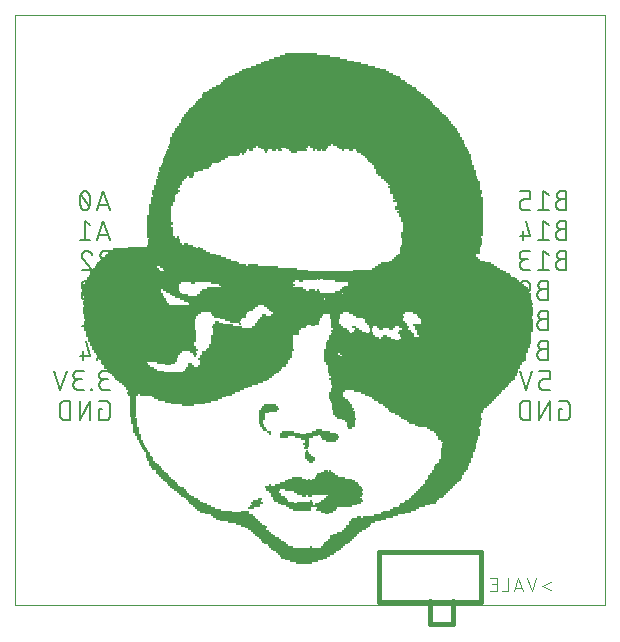
<source format=gbo>
G75*
%MOIN*%
%OFA0B0*%
%FSLAX25Y25*%
%IPPOS*%
%LPD*%
%AMOC8*
5,1,8,0,0,1.08239X$1,22.5*
%
%ADD10C,0.00000*%
%ADD11C,0.00600*%
%ADD12R,0.05315X0.00591*%
%ADD13R,0.09449X0.00591*%
%ADD14R,0.12992X0.00591*%
%ADD15R,0.15354X0.00591*%
%ADD16R,0.17126X0.00591*%
%ADD17R,0.18898X0.00591*%
%ADD18R,0.20079X0.00591*%
%ADD19R,0.22441X0.00591*%
%ADD20R,0.23622X0.00591*%
%ADD21R,0.07677X0.00591*%
%ADD22R,0.00591X0.00591*%
%ADD23R,0.08268X0.00591*%
%ADD24R,0.07087X0.00591*%
%ADD25R,0.08858X0.00591*%
%ADD26R,0.06496X0.00591*%
%ADD27R,0.05906X0.00591*%
%ADD28R,0.10630X0.00591*%
%ADD29R,0.10039X0.00591*%
%ADD30R,0.11220X0.00591*%
%ADD31R,0.13583X0.00591*%
%ADD32R,0.01181X0.00591*%
%ADD33R,0.14173X0.00591*%
%ADD34R,0.01772X0.00591*%
%ADD35R,0.14764X0.00591*%
%ADD36R,0.04134X0.00591*%
%ADD37R,0.02953X0.00591*%
%ADD38R,0.02362X0.00591*%
%ADD39R,0.03543X0.00591*%
%ADD40R,0.04724X0.00591*%
%ADD41R,0.11811X0.00591*%
%ADD42R,0.21850X0.00591*%
%ADD43R,0.23031X0.00591*%
%ADD44R,0.25984X0.00591*%
%ADD45R,0.32480X0.00591*%
%ADD46R,0.31890X0.00591*%
%ADD47R,0.28346X0.00591*%
%ADD48R,0.12402X0.00591*%
%ADD49R,0.16535X0.00591*%
%ADD50R,0.17717X0.00591*%
%ADD51R,0.20669X0.00591*%
%ADD52R,0.24213X0.00591*%
%ADD53R,0.24803X0.00591*%
%ADD54R,0.27165X0.00591*%
%ADD55R,0.27756X0.00591*%
%ADD56R,0.28937X0.00591*%
%ADD57R,0.30709X0.00591*%
%ADD58R,0.31299X0.00591*%
%ADD59R,0.34252X0.00591*%
%ADD60R,0.35433X0.00591*%
%ADD61R,0.37205X0.00591*%
%ADD62R,0.38386X0.00591*%
%ADD63R,0.40157X0.00591*%
%ADD64R,0.41339X0.00591*%
%ADD65R,0.43110X0.00591*%
%ADD66R,0.44882X0.00591*%
%ADD67R,0.46654X0.00591*%
%ADD68R,0.36024X0.00591*%
%ADD69R,0.49606X0.00591*%
%ADD70R,0.37795X0.00591*%
%ADD71R,0.57874X0.00591*%
%ADD72R,0.39567X0.00591*%
%ADD73R,0.58465X0.00591*%
%ADD74R,0.40748X0.00591*%
%ADD75R,0.59055X0.00591*%
%ADD76R,0.59646X0.00591*%
%ADD77R,0.45472X0.00591*%
%ADD78R,0.60236X0.00591*%
%ADD79R,0.48425X0.00591*%
%ADD80R,0.60827X0.00591*%
%ADD81R,0.50197X0.00591*%
%ADD82R,0.62008X0.00591*%
%ADD83R,0.51378X0.00591*%
%ADD84R,0.61417X0.00591*%
%ADD85R,0.53150X0.00591*%
%ADD86R,0.62598X0.00591*%
%ADD87R,0.54331X0.00591*%
%ADD88R,0.55512X0.00591*%
%ADD89R,0.63780X0.00591*%
%ADD90R,0.64370X0.00591*%
%ADD91R,0.29528X0.00591*%
%ADD92R,0.65551X0.00591*%
%ADD93R,0.66732X0.00591*%
%ADD94R,0.25394X0.00591*%
%ADD95R,0.67323X0.00591*%
%ADD96R,0.30118X0.00591*%
%ADD97R,0.67913X0.00591*%
%ADD98R,0.34843X0.00591*%
%ADD99R,0.44291X0.00591*%
%ADD100R,0.43701X0.00591*%
%ADD101R,0.36614X0.00591*%
%ADD102R,0.38976X0.00591*%
%ADD103R,0.18307X0.00591*%
%ADD104R,0.21260X0.00591*%
%ADD105R,0.15945X0.00591*%
%ADD106R,0.87402X0.00591*%
%ADD107R,0.87992X0.00591*%
%ADD108R,0.56693X0.00591*%
%ADD109R,0.88583X0.00591*%
%ADD110R,0.57283X0.00591*%
%ADD111R,0.89764X0.00591*%
%ADD112R,1.14567X0.00591*%
%ADD113R,1.15157X0.00591*%
%ADD114R,1.16339X0.00591*%
%ADD115R,0.68504X0.00591*%
%ADD116R,0.47835X0.00591*%
%ADD117R,1.18701X0.00591*%
%ADD118R,1.11614X0.00591*%
%ADD119R,0.26575X0.00591*%
%ADD120R,0.47244X0.00591*%
%ADD121R,0.64961X0.00591*%
%ADD122R,0.63189X0.00591*%
%ADD123R,0.70276X0.00591*%
%ADD124R,0.76772X0.00591*%
%ADD125R,1.42913X0.00591*%
%ADD126R,1.41142X0.00591*%
%ADD127R,1.39961X0.00591*%
%ADD128R,1.38780X0.00591*%
%ADD129R,0.46063X0.00591*%
%ADD130R,0.33071X0.00591*%
%ADD131R,0.33661X0.00591*%
%ADD132R,0.19488X0.00591*%
%ADD133R,0.98031X0.00591*%
%ADD134R,0.97441X0.00591*%
%ADD135R,0.96260X0.00591*%
%ADD136R,0.95079X0.00591*%
%ADD137R,0.93898X0.00591*%
%ADD138R,0.92717X0.00591*%
%ADD139R,0.91535X0.00591*%
%ADD140R,0.90945X0.00591*%
%ADD141R,0.90354X0.00591*%
%ADD142R,0.86811X0.00591*%
%ADD143R,0.85630X0.00591*%
%ADD144R,0.84449X0.00591*%
%ADD145R,0.83268X0.00591*%
%ADD146R,0.82087X0.00591*%
%ADD147R,0.80906X0.00591*%
%ADD148R,0.79724X0.00591*%
%ADD149R,0.78543X0.00591*%
%ADD150R,0.77362X0.00591*%
%ADD151R,0.76181X0.00591*%
%ADD152R,0.75000X0.00591*%
%ADD153R,0.74409X0.00591*%
%ADD154R,0.72638X0.00591*%
%ADD155R,0.70866X0.00591*%
%ADD156R,0.69685X0.00591*%
%ADD157R,0.54921X0.00591*%
%ADD158R,0.52559X0.00591*%
%ADD159C,0.01600*%
%ADD160C,0.00400*%
D10*
X0007445Y0008099D02*
X0007445Y0204950D01*
X0204295Y0204950D01*
X0204295Y0008099D01*
X0007445Y0008099D01*
D11*
X0024238Y0069899D02*
X0026016Y0069899D01*
X0026016Y0076299D01*
X0024238Y0076299D01*
X0024156Y0076297D01*
X0024074Y0076291D01*
X0023992Y0076282D01*
X0023911Y0076269D01*
X0023831Y0076252D01*
X0023751Y0076231D01*
X0023673Y0076207D01*
X0023596Y0076179D01*
X0023520Y0076148D01*
X0023445Y0076113D01*
X0023373Y0076074D01*
X0023302Y0076033D01*
X0023233Y0075988D01*
X0023167Y0075940D01*
X0023102Y0075889D01*
X0023040Y0075835D01*
X0022981Y0075778D01*
X0022924Y0075719D01*
X0022870Y0075657D01*
X0022819Y0075592D01*
X0022771Y0075526D01*
X0022726Y0075457D01*
X0022685Y0075386D01*
X0022646Y0075314D01*
X0022611Y0075239D01*
X0022580Y0075163D01*
X0022552Y0075086D01*
X0022528Y0075008D01*
X0022507Y0074928D01*
X0022490Y0074848D01*
X0022477Y0074767D01*
X0022468Y0074685D01*
X0022462Y0074603D01*
X0022460Y0074521D01*
X0022461Y0074521D02*
X0022461Y0071677D01*
X0022460Y0071677D02*
X0022462Y0071595D01*
X0022468Y0071513D01*
X0022477Y0071431D01*
X0022490Y0071350D01*
X0022507Y0071270D01*
X0022528Y0071190D01*
X0022552Y0071112D01*
X0022580Y0071035D01*
X0022611Y0070959D01*
X0022646Y0070884D01*
X0022685Y0070812D01*
X0022726Y0070741D01*
X0022771Y0070672D01*
X0022819Y0070606D01*
X0022870Y0070541D01*
X0022924Y0070479D01*
X0022981Y0070420D01*
X0023040Y0070363D01*
X0023102Y0070309D01*
X0023167Y0070258D01*
X0023233Y0070210D01*
X0023302Y0070165D01*
X0023373Y0070124D01*
X0023445Y0070085D01*
X0023520Y0070050D01*
X0023596Y0070019D01*
X0023673Y0069991D01*
X0023751Y0069967D01*
X0023831Y0069946D01*
X0023911Y0069929D01*
X0023992Y0069916D01*
X0024074Y0069907D01*
X0024156Y0069901D01*
X0024238Y0069899D01*
X0029025Y0069899D02*
X0029025Y0076299D01*
X0032581Y0076299D02*
X0029025Y0069899D01*
X0032581Y0069899D02*
X0032581Y0076299D01*
X0032882Y0079899D02*
X0033237Y0079899D01*
X0033237Y0080255D01*
X0032882Y0080255D01*
X0032882Y0079899D01*
X0030529Y0079899D02*
X0028751Y0079899D01*
X0028668Y0079901D01*
X0028585Y0079907D01*
X0028502Y0079917D01*
X0028419Y0079930D01*
X0028338Y0079948D01*
X0028257Y0079969D01*
X0028178Y0079994D01*
X0028100Y0080023D01*
X0028023Y0080055D01*
X0027948Y0080091D01*
X0027874Y0080130D01*
X0027803Y0080173D01*
X0027733Y0080219D01*
X0027666Y0080269D01*
X0027601Y0080321D01*
X0027539Y0080376D01*
X0027479Y0080435D01*
X0027422Y0080496D01*
X0027368Y0080559D01*
X0027317Y0080625D01*
X0027270Y0080694D01*
X0027225Y0080764D01*
X0027184Y0080837D01*
X0027147Y0080911D01*
X0027112Y0080987D01*
X0027082Y0081065D01*
X0027055Y0081143D01*
X0027032Y0081224D01*
X0027012Y0081305D01*
X0026997Y0081387D01*
X0026985Y0081469D01*
X0026977Y0081552D01*
X0026973Y0081635D01*
X0026973Y0081719D01*
X0026977Y0081802D01*
X0026985Y0081885D01*
X0026997Y0081967D01*
X0027012Y0082049D01*
X0027032Y0082130D01*
X0027055Y0082211D01*
X0027082Y0082289D01*
X0027112Y0082367D01*
X0027147Y0082443D01*
X0027184Y0082517D01*
X0027225Y0082590D01*
X0027270Y0082660D01*
X0027317Y0082729D01*
X0027368Y0082795D01*
X0027422Y0082858D01*
X0027479Y0082919D01*
X0027539Y0082978D01*
X0027601Y0083033D01*
X0027666Y0083085D01*
X0027733Y0083135D01*
X0027803Y0083181D01*
X0027874Y0083224D01*
X0027948Y0083263D01*
X0028023Y0083299D01*
X0028100Y0083331D01*
X0028178Y0083360D01*
X0028257Y0083385D01*
X0028338Y0083406D01*
X0028419Y0083424D01*
X0028502Y0083437D01*
X0028585Y0083447D01*
X0028668Y0083453D01*
X0028751Y0083455D01*
X0028396Y0083455D02*
X0029818Y0083455D01*
X0028396Y0083455D02*
X0028322Y0083457D01*
X0028247Y0083463D01*
X0028174Y0083473D01*
X0028100Y0083486D01*
X0028028Y0083503D01*
X0027957Y0083525D01*
X0027886Y0083549D01*
X0027818Y0083578D01*
X0027750Y0083610D01*
X0027685Y0083646D01*
X0027622Y0083684D01*
X0027560Y0083727D01*
X0027501Y0083772D01*
X0027444Y0083820D01*
X0027390Y0083871D01*
X0027339Y0083925D01*
X0027291Y0083982D01*
X0027246Y0084041D01*
X0027203Y0084103D01*
X0027165Y0084166D01*
X0027129Y0084231D01*
X0027097Y0084299D01*
X0027068Y0084367D01*
X0027044Y0084438D01*
X0027022Y0084509D01*
X0027005Y0084581D01*
X0026992Y0084655D01*
X0026982Y0084728D01*
X0026976Y0084803D01*
X0026974Y0084877D01*
X0026976Y0084951D01*
X0026982Y0085026D01*
X0026992Y0085099D01*
X0027005Y0085173D01*
X0027022Y0085245D01*
X0027044Y0085316D01*
X0027068Y0085387D01*
X0027097Y0085455D01*
X0027129Y0085523D01*
X0027165Y0085588D01*
X0027203Y0085651D01*
X0027246Y0085713D01*
X0027291Y0085772D01*
X0027339Y0085829D01*
X0027390Y0085883D01*
X0027444Y0085934D01*
X0027501Y0085982D01*
X0027560Y0086027D01*
X0027622Y0086070D01*
X0027685Y0086108D01*
X0027750Y0086144D01*
X0027818Y0086176D01*
X0027886Y0086205D01*
X0027957Y0086229D01*
X0028028Y0086251D01*
X0028100Y0086268D01*
X0028174Y0086281D01*
X0028247Y0086291D01*
X0028322Y0086297D01*
X0028396Y0086299D01*
X0030529Y0086299D01*
X0030146Y0089899D02*
X0030146Y0092744D01*
X0029080Y0091321D02*
X0032635Y0091321D01*
X0031213Y0096299D01*
X0030790Y0099899D02*
X0030790Y0102744D01*
X0029723Y0101321D02*
X0033279Y0101321D01*
X0031857Y0106299D01*
X0031501Y0109899D02*
X0033279Y0109899D01*
X0031501Y0109899D02*
X0031418Y0109901D01*
X0031335Y0109907D01*
X0031252Y0109917D01*
X0031169Y0109930D01*
X0031088Y0109948D01*
X0031007Y0109969D01*
X0030928Y0109994D01*
X0030850Y0110023D01*
X0030773Y0110055D01*
X0030698Y0110091D01*
X0030624Y0110130D01*
X0030553Y0110173D01*
X0030483Y0110219D01*
X0030416Y0110269D01*
X0030351Y0110321D01*
X0030289Y0110376D01*
X0030229Y0110435D01*
X0030172Y0110496D01*
X0030118Y0110559D01*
X0030067Y0110625D01*
X0030020Y0110694D01*
X0029975Y0110764D01*
X0029934Y0110837D01*
X0029897Y0110911D01*
X0029862Y0110987D01*
X0029832Y0111065D01*
X0029805Y0111143D01*
X0029782Y0111224D01*
X0029762Y0111305D01*
X0029747Y0111387D01*
X0029735Y0111469D01*
X0029727Y0111552D01*
X0029723Y0111635D01*
X0029723Y0111719D01*
X0029727Y0111802D01*
X0029735Y0111885D01*
X0029747Y0111967D01*
X0029762Y0112049D01*
X0029782Y0112130D01*
X0029805Y0112211D01*
X0029832Y0112289D01*
X0029862Y0112367D01*
X0029897Y0112443D01*
X0029934Y0112517D01*
X0029975Y0112590D01*
X0030020Y0112660D01*
X0030067Y0112729D01*
X0030118Y0112795D01*
X0030172Y0112858D01*
X0030229Y0112919D01*
X0030289Y0112978D01*
X0030351Y0113033D01*
X0030416Y0113085D01*
X0030483Y0113135D01*
X0030553Y0113181D01*
X0030624Y0113224D01*
X0030698Y0113263D01*
X0030773Y0113299D01*
X0030850Y0113331D01*
X0030928Y0113360D01*
X0031007Y0113385D01*
X0031088Y0113406D01*
X0031169Y0113424D01*
X0031252Y0113437D01*
X0031335Y0113447D01*
X0031418Y0113453D01*
X0031501Y0113455D01*
X0031146Y0113455D02*
X0032568Y0113455D01*
X0031146Y0113455D02*
X0031072Y0113457D01*
X0030997Y0113463D01*
X0030924Y0113473D01*
X0030850Y0113486D01*
X0030778Y0113503D01*
X0030707Y0113525D01*
X0030636Y0113549D01*
X0030568Y0113578D01*
X0030500Y0113610D01*
X0030435Y0113646D01*
X0030372Y0113684D01*
X0030310Y0113727D01*
X0030251Y0113772D01*
X0030194Y0113820D01*
X0030140Y0113871D01*
X0030089Y0113925D01*
X0030041Y0113982D01*
X0029996Y0114041D01*
X0029953Y0114103D01*
X0029915Y0114166D01*
X0029879Y0114231D01*
X0029847Y0114299D01*
X0029818Y0114367D01*
X0029794Y0114438D01*
X0029772Y0114509D01*
X0029755Y0114581D01*
X0029742Y0114655D01*
X0029732Y0114728D01*
X0029726Y0114803D01*
X0029724Y0114877D01*
X0029726Y0114951D01*
X0029732Y0115026D01*
X0029742Y0115099D01*
X0029755Y0115173D01*
X0029772Y0115245D01*
X0029794Y0115316D01*
X0029818Y0115387D01*
X0029847Y0115455D01*
X0029879Y0115523D01*
X0029915Y0115588D01*
X0029953Y0115651D01*
X0029996Y0115713D01*
X0030041Y0115772D01*
X0030089Y0115829D01*
X0030140Y0115883D01*
X0030194Y0115934D01*
X0030251Y0115982D01*
X0030310Y0116027D01*
X0030372Y0116070D01*
X0030435Y0116108D01*
X0030500Y0116144D01*
X0030568Y0116176D01*
X0030636Y0116205D01*
X0030707Y0116229D01*
X0030778Y0116251D01*
X0030850Y0116268D01*
X0030924Y0116281D01*
X0030997Y0116291D01*
X0031072Y0116297D01*
X0031146Y0116299D01*
X0033279Y0116299D01*
X0033279Y0119899D02*
X0029723Y0119899D01*
X0033279Y0119899D02*
X0030257Y0123455D01*
X0031323Y0126300D02*
X0031412Y0126298D01*
X0031501Y0126292D01*
X0031590Y0126283D01*
X0031678Y0126269D01*
X0031765Y0126252D01*
X0031852Y0126231D01*
X0031938Y0126206D01*
X0032022Y0126178D01*
X0032105Y0126145D01*
X0032187Y0126110D01*
X0032267Y0126070D01*
X0032345Y0126028D01*
X0032422Y0125982D01*
X0032496Y0125933D01*
X0032568Y0125880D01*
X0032638Y0125825D01*
X0032705Y0125766D01*
X0032770Y0125705D01*
X0032832Y0125641D01*
X0032891Y0125574D01*
X0032947Y0125505D01*
X0033000Y0125433D01*
X0033050Y0125359D01*
X0033097Y0125283D01*
X0033140Y0125206D01*
X0033180Y0125126D01*
X0033217Y0125044D01*
X0033250Y0124962D01*
X0033279Y0124877D01*
X0030256Y0123454D02*
X0030199Y0123512D01*
X0030143Y0123573D01*
X0030091Y0123636D01*
X0030042Y0123701D01*
X0029996Y0123769D01*
X0029954Y0123839D01*
X0029914Y0123911D01*
X0029879Y0123984D01*
X0029846Y0124060D01*
X0029818Y0124136D01*
X0029793Y0124214D01*
X0029772Y0124293D01*
X0029754Y0124373D01*
X0029741Y0124454D01*
X0029731Y0124535D01*
X0029725Y0124617D01*
X0029723Y0124699D01*
X0029725Y0124778D01*
X0029731Y0124856D01*
X0029740Y0124934D01*
X0029754Y0125011D01*
X0029771Y0125088D01*
X0029792Y0125163D01*
X0029817Y0125238D01*
X0029845Y0125311D01*
X0029877Y0125383D01*
X0029912Y0125453D01*
X0029951Y0125522D01*
X0029993Y0125588D01*
X0030038Y0125652D01*
X0030086Y0125714D01*
X0030137Y0125773D01*
X0030192Y0125830D01*
X0030249Y0125885D01*
X0030308Y0125936D01*
X0030370Y0125984D01*
X0030434Y0126029D01*
X0030500Y0126071D01*
X0030569Y0126110D01*
X0030639Y0126145D01*
X0030711Y0126177D01*
X0030784Y0126205D01*
X0030859Y0126230D01*
X0030934Y0126251D01*
X0031011Y0126268D01*
X0031088Y0126282D01*
X0031166Y0126291D01*
X0031244Y0126297D01*
X0031323Y0126299D01*
X0030858Y0129899D02*
X0030858Y0136299D01*
X0032635Y0134877D01*
X0035412Y0131499D02*
X0038612Y0131499D01*
X0039145Y0129899D02*
X0037012Y0136299D01*
X0034878Y0129899D01*
X0032635Y0129899D02*
X0029080Y0129899D01*
X0037367Y0126299D02*
X0039145Y0126299D01*
X0039145Y0119899D01*
X0037367Y0119899D01*
X0037284Y0119901D01*
X0037201Y0119907D01*
X0037118Y0119917D01*
X0037035Y0119930D01*
X0036954Y0119948D01*
X0036873Y0119969D01*
X0036794Y0119994D01*
X0036716Y0120023D01*
X0036639Y0120055D01*
X0036564Y0120091D01*
X0036490Y0120130D01*
X0036419Y0120173D01*
X0036349Y0120219D01*
X0036282Y0120269D01*
X0036217Y0120321D01*
X0036155Y0120376D01*
X0036095Y0120435D01*
X0036038Y0120496D01*
X0035984Y0120559D01*
X0035933Y0120625D01*
X0035886Y0120694D01*
X0035841Y0120764D01*
X0035800Y0120837D01*
X0035763Y0120911D01*
X0035728Y0120987D01*
X0035698Y0121065D01*
X0035671Y0121143D01*
X0035648Y0121224D01*
X0035628Y0121305D01*
X0035613Y0121387D01*
X0035601Y0121469D01*
X0035593Y0121552D01*
X0035589Y0121635D01*
X0035589Y0121719D01*
X0035593Y0121802D01*
X0035601Y0121885D01*
X0035613Y0121967D01*
X0035628Y0122049D01*
X0035648Y0122130D01*
X0035671Y0122211D01*
X0035698Y0122289D01*
X0035728Y0122367D01*
X0035763Y0122443D01*
X0035800Y0122517D01*
X0035841Y0122590D01*
X0035886Y0122660D01*
X0035933Y0122729D01*
X0035984Y0122795D01*
X0036038Y0122858D01*
X0036095Y0122919D01*
X0036155Y0122978D01*
X0036217Y0123033D01*
X0036282Y0123085D01*
X0036349Y0123135D01*
X0036419Y0123181D01*
X0036490Y0123224D01*
X0036564Y0123263D01*
X0036639Y0123299D01*
X0036716Y0123331D01*
X0036794Y0123360D01*
X0036873Y0123385D01*
X0036954Y0123406D01*
X0037035Y0123424D01*
X0037118Y0123437D01*
X0037201Y0123447D01*
X0037284Y0123453D01*
X0037367Y0123455D01*
X0039145Y0123455D01*
X0037367Y0123455D02*
X0037293Y0123457D01*
X0037218Y0123463D01*
X0037145Y0123473D01*
X0037071Y0123486D01*
X0036999Y0123503D01*
X0036928Y0123525D01*
X0036857Y0123549D01*
X0036789Y0123578D01*
X0036721Y0123610D01*
X0036656Y0123646D01*
X0036593Y0123684D01*
X0036531Y0123727D01*
X0036472Y0123772D01*
X0036415Y0123820D01*
X0036361Y0123871D01*
X0036310Y0123925D01*
X0036262Y0123982D01*
X0036217Y0124041D01*
X0036174Y0124103D01*
X0036136Y0124166D01*
X0036100Y0124231D01*
X0036068Y0124299D01*
X0036039Y0124367D01*
X0036015Y0124438D01*
X0035993Y0124509D01*
X0035976Y0124581D01*
X0035963Y0124655D01*
X0035953Y0124728D01*
X0035947Y0124803D01*
X0035945Y0124877D01*
X0035947Y0124951D01*
X0035953Y0125026D01*
X0035963Y0125099D01*
X0035976Y0125173D01*
X0035993Y0125245D01*
X0036015Y0125316D01*
X0036039Y0125387D01*
X0036068Y0125455D01*
X0036100Y0125523D01*
X0036136Y0125588D01*
X0036174Y0125651D01*
X0036217Y0125713D01*
X0036262Y0125772D01*
X0036310Y0125829D01*
X0036361Y0125883D01*
X0036415Y0125934D01*
X0036472Y0125982D01*
X0036531Y0126027D01*
X0036593Y0126070D01*
X0036656Y0126108D01*
X0036721Y0126144D01*
X0036789Y0126176D01*
X0036857Y0126205D01*
X0036928Y0126229D01*
X0036999Y0126251D01*
X0037071Y0126268D01*
X0037145Y0126281D01*
X0037218Y0126291D01*
X0037293Y0126297D01*
X0037367Y0126299D01*
X0037367Y0116299D02*
X0039145Y0116299D01*
X0039145Y0109899D01*
X0037367Y0109899D01*
X0037284Y0109901D01*
X0037201Y0109907D01*
X0037118Y0109917D01*
X0037035Y0109930D01*
X0036954Y0109948D01*
X0036873Y0109969D01*
X0036794Y0109994D01*
X0036716Y0110023D01*
X0036639Y0110055D01*
X0036564Y0110091D01*
X0036490Y0110130D01*
X0036419Y0110173D01*
X0036349Y0110219D01*
X0036282Y0110269D01*
X0036217Y0110321D01*
X0036155Y0110376D01*
X0036095Y0110435D01*
X0036038Y0110496D01*
X0035984Y0110559D01*
X0035933Y0110625D01*
X0035886Y0110694D01*
X0035841Y0110764D01*
X0035800Y0110837D01*
X0035763Y0110911D01*
X0035728Y0110987D01*
X0035698Y0111065D01*
X0035671Y0111143D01*
X0035648Y0111224D01*
X0035628Y0111305D01*
X0035613Y0111387D01*
X0035601Y0111469D01*
X0035593Y0111552D01*
X0035589Y0111635D01*
X0035589Y0111719D01*
X0035593Y0111802D01*
X0035601Y0111885D01*
X0035613Y0111967D01*
X0035628Y0112049D01*
X0035648Y0112130D01*
X0035671Y0112211D01*
X0035698Y0112289D01*
X0035728Y0112367D01*
X0035763Y0112443D01*
X0035800Y0112517D01*
X0035841Y0112590D01*
X0035886Y0112660D01*
X0035933Y0112729D01*
X0035984Y0112795D01*
X0036038Y0112858D01*
X0036095Y0112919D01*
X0036155Y0112978D01*
X0036217Y0113033D01*
X0036282Y0113085D01*
X0036349Y0113135D01*
X0036419Y0113181D01*
X0036490Y0113224D01*
X0036564Y0113263D01*
X0036639Y0113299D01*
X0036716Y0113331D01*
X0036794Y0113360D01*
X0036873Y0113385D01*
X0036954Y0113406D01*
X0037035Y0113424D01*
X0037118Y0113437D01*
X0037201Y0113447D01*
X0037284Y0113453D01*
X0037367Y0113455D01*
X0039145Y0113455D01*
X0037367Y0113455D02*
X0037293Y0113457D01*
X0037218Y0113463D01*
X0037145Y0113473D01*
X0037071Y0113486D01*
X0036999Y0113503D01*
X0036928Y0113525D01*
X0036857Y0113549D01*
X0036789Y0113578D01*
X0036721Y0113610D01*
X0036656Y0113646D01*
X0036593Y0113684D01*
X0036531Y0113727D01*
X0036472Y0113772D01*
X0036415Y0113820D01*
X0036361Y0113871D01*
X0036310Y0113925D01*
X0036262Y0113982D01*
X0036217Y0114041D01*
X0036174Y0114103D01*
X0036136Y0114166D01*
X0036100Y0114231D01*
X0036068Y0114299D01*
X0036039Y0114367D01*
X0036015Y0114438D01*
X0035993Y0114509D01*
X0035976Y0114581D01*
X0035963Y0114655D01*
X0035953Y0114728D01*
X0035947Y0114803D01*
X0035945Y0114877D01*
X0035947Y0114951D01*
X0035953Y0115026D01*
X0035963Y0115099D01*
X0035976Y0115173D01*
X0035993Y0115245D01*
X0036015Y0115316D01*
X0036039Y0115387D01*
X0036068Y0115455D01*
X0036100Y0115523D01*
X0036136Y0115588D01*
X0036174Y0115651D01*
X0036217Y0115713D01*
X0036262Y0115772D01*
X0036310Y0115829D01*
X0036361Y0115883D01*
X0036415Y0115934D01*
X0036472Y0115982D01*
X0036531Y0116027D01*
X0036593Y0116070D01*
X0036656Y0116108D01*
X0036721Y0116144D01*
X0036789Y0116176D01*
X0036857Y0116205D01*
X0036928Y0116229D01*
X0036999Y0116251D01*
X0037071Y0116268D01*
X0037145Y0116281D01*
X0037218Y0116291D01*
X0037293Y0116297D01*
X0037367Y0116299D01*
X0037367Y0106299D02*
X0039145Y0106299D01*
X0039145Y0099899D01*
X0037367Y0099899D01*
X0037284Y0099901D01*
X0037201Y0099907D01*
X0037118Y0099917D01*
X0037035Y0099930D01*
X0036954Y0099948D01*
X0036873Y0099969D01*
X0036794Y0099994D01*
X0036716Y0100023D01*
X0036639Y0100055D01*
X0036564Y0100091D01*
X0036490Y0100130D01*
X0036419Y0100173D01*
X0036349Y0100219D01*
X0036282Y0100269D01*
X0036217Y0100321D01*
X0036155Y0100376D01*
X0036095Y0100435D01*
X0036038Y0100496D01*
X0035984Y0100559D01*
X0035933Y0100625D01*
X0035886Y0100694D01*
X0035841Y0100764D01*
X0035800Y0100837D01*
X0035763Y0100911D01*
X0035728Y0100987D01*
X0035698Y0101065D01*
X0035671Y0101143D01*
X0035648Y0101224D01*
X0035628Y0101305D01*
X0035613Y0101387D01*
X0035601Y0101469D01*
X0035593Y0101552D01*
X0035589Y0101635D01*
X0035589Y0101719D01*
X0035593Y0101802D01*
X0035601Y0101885D01*
X0035613Y0101967D01*
X0035628Y0102049D01*
X0035648Y0102130D01*
X0035671Y0102211D01*
X0035698Y0102289D01*
X0035728Y0102367D01*
X0035763Y0102443D01*
X0035800Y0102517D01*
X0035841Y0102590D01*
X0035886Y0102660D01*
X0035933Y0102729D01*
X0035984Y0102795D01*
X0036038Y0102858D01*
X0036095Y0102919D01*
X0036155Y0102978D01*
X0036217Y0103033D01*
X0036282Y0103085D01*
X0036349Y0103135D01*
X0036419Y0103181D01*
X0036490Y0103224D01*
X0036564Y0103263D01*
X0036639Y0103299D01*
X0036716Y0103331D01*
X0036794Y0103360D01*
X0036873Y0103385D01*
X0036954Y0103406D01*
X0037035Y0103424D01*
X0037118Y0103437D01*
X0037201Y0103447D01*
X0037284Y0103453D01*
X0037367Y0103455D01*
X0039145Y0103455D01*
X0037367Y0103455D02*
X0037293Y0103457D01*
X0037218Y0103463D01*
X0037145Y0103473D01*
X0037071Y0103486D01*
X0036999Y0103503D01*
X0036928Y0103525D01*
X0036857Y0103549D01*
X0036789Y0103578D01*
X0036721Y0103610D01*
X0036656Y0103646D01*
X0036593Y0103684D01*
X0036531Y0103727D01*
X0036472Y0103772D01*
X0036415Y0103820D01*
X0036361Y0103871D01*
X0036310Y0103925D01*
X0036262Y0103982D01*
X0036217Y0104041D01*
X0036174Y0104103D01*
X0036136Y0104166D01*
X0036100Y0104231D01*
X0036068Y0104299D01*
X0036039Y0104367D01*
X0036015Y0104438D01*
X0035993Y0104509D01*
X0035976Y0104581D01*
X0035963Y0104655D01*
X0035953Y0104728D01*
X0035947Y0104803D01*
X0035945Y0104877D01*
X0035947Y0104951D01*
X0035953Y0105026D01*
X0035963Y0105099D01*
X0035976Y0105173D01*
X0035993Y0105245D01*
X0036015Y0105316D01*
X0036039Y0105387D01*
X0036068Y0105455D01*
X0036100Y0105523D01*
X0036136Y0105588D01*
X0036174Y0105651D01*
X0036217Y0105713D01*
X0036262Y0105772D01*
X0036310Y0105829D01*
X0036361Y0105883D01*
X0036415Y0105934D01*
X0036472Y0105982D01*
X0036531Y0106027D01*
X0036593Y0106070D01*
X0036656Y0106108D01*
X0036721Y0106144D01*
X0036789Y0106176D01*
X0036857Y0106205D01*
X0036928Y0106229D01*
X0036999Y0106251D01*
X0037071Y0106268D01*
X0037145Y0106281D01*
X0037218Y0106291D01*
X0037293Y0106297D01*
X0037367Y0106299D01*
X0037012Y0096299D02*
X0034878Y0089899D01*
X0035412Y0091499D02*
X0038612Y0091499D01*
X0039145Y0089899D02*
X0037012Y0096299D01*
X0037012Y0086299D02*
X0039145Y0086299D01*
X0037012Y0086299D02*
X0036938Y0086297D01*
X0036863Y0086291D01*
X0036790Y0086281D01*
X0036716Y0086268D01*
X0036644Y0086251D01*
X0036573Y0086229D01*
X0036502Y0086205D01*
X0036434Y0086176D01*
X0036366Y0086144D01*
X0036301Y0086108D01*
X0036238Y0086070D01*
X0036176Y0086027D01*
X0036117Y0085982D01*
X0036060Y0085934D01*
X0036006Y0085883D01*
X0035955Y0085829D01*
X0035907Y0085772D01*
X0035862Y0085713D01*
X0035819Y0085651D01*
X0035781Y0085588D01*
X0035745Y0085523D01*
X0035713Y0085455D01*
X0035684Y0085387D01*
X0035660Y0085316D01*
X0035638Y0085245D01*
X0035621Y0085173D01*
X0035608Y0085099D01*
X0035598Y0085026D01*
X0035592Y0084951D01*
X0035590Y0084877D01*
X0035592Y0084803D01*
X0035598Y0084728D01*
X0035608Y0084655D01*
X0035621Y0084581D01*
X0035638Y0084509D01*
X0035660Y0084438D01*
X0035684Y0084367D01*
X0035713Y0084299D01*
X0035745Y0084231D01*
X0035781Y0084166D01*
X0035819Y0084103D01*
X0035862Y0084041D01*
X0035907Y0083982D01*
X0035955Y0083925D01*
X0036006Y0083871D01*
X0036060Y0083820D01*
X0036117Y0083772D01*
X0036176Y0083727D01*
X0036238Y0083684D01*
X0036301Y0083646D01*
X0036366Y0083610D01*
X0036434Y0083578D01*
X0036502Y0083549D01*
X0036573Y0083525D01*
X0036644Y0083503D01*
X0036716Y0083486D01*
X0036790Y0083473D01*
X0036863Y0083463D01*
X0036938Y0083457D01*
X0037012Y0083455D01*
X0038434Y0083455D01*
X0037367Y0083455D02*
X0037284Y0083453D01*
X0037201Y0083447D01*
X0037118Y0083437D01*
X0037035Y0083424D01*
X0036954Y0083406D01*
X0036873Y0083385D01*
X0036794Y0083360D01*
X0036716Y0083331D01*
X0036639Y0083299D01*
X0036564Y0083263D01*
X0036490Y0083224D01*
X0036419Y0083181D01*
X0036349Y0083135D01*
X0036282Y0083085D01*
X0036217Y0083033D01*
X0036155Y0082978D01*
X0036095Y0082919D01*
X0036038Y0082858D01*
X0035984Y0082795D01*
X0035933Y0082729D01*
X0035886Y0082660D01*
X0035841Y0082590D01*
X0035800Y0082517D01*
X0035763Y0082443D01*
X0035728Y0082367D01*
X0035698Y0082289D01*
X0035671Y0082211D01*
X0035648Y0082130D01*
X0035628Y0082049D01*
X0035613Y0081967D01*
X0035601Y0081885D01*
X0035593Y0081802D01*
X0035589Y0081719D01*
X0035589Y0081635D01*
X0035593Y0081552D01*
X0035601Y0081469D01*
X0035613Y0081387D01*
X0035628Y0081305D01*
X0035648Y0081224D01*
X0035671Y0081143D01*
X0035698Y0081065D01*
X0035728Y0080987D01*
X0035763Y0080911D01*
X0035800Y0080837D01*
X0035841Y0080764D01*
X0035886Y0080694D01*
X0035933Y0080625D01*
X0035984Y0080559D01*
X0036038Y0080496D01*
X0036095Y0080435D01*
X0036155Y0080376D01*
X0036217Y0080321D01*
X0036282Y0080269D01*
X0036349Y0080219D01*
X0036419Y0080173D01*
X0036490Y0080130D01*
X0036564Y0080091D01*
X0036639Y0080055D01*
X0036716Y0080023D01*
X0036794Y0079994D01*
X0036873Y0079969D01*
X0036954Y0079948D01*
X0037035Y0079930D01*
X0037118Y0079917D01*
X0037201Y0079907D01*
X0037284Y0079901D01*
X0037367Y0079899D01*
X0039145Y0079899D01*
X0037723Y0076299D02*
X0035589Y0076299D01*
X0037723Y0076299D02*
X0037797Y0076297D01*
X0037872Y0076291D01*
X0037945Y0076281D01*
X0038019Y0076268D01*
X0038091Y0076251D01*
X0038162Y0076229D01*
X0038233Y0076205D01*
X0038301Y0076176D01*
X0038369Y0076144D01*
X0038434Y0076108D01*
X0038497Y0076070D01*
X0038559Y0076027D01*
X0038618Y0075982D01*
X0038675Y0075934D01*
X0038729Y0075883D01*
X0038780Y0075829D01*
X0038828Y0075772D01*
X0038873Y0075713D01*
X0038916Y0075651D01*
X0038954Y0075588D01*
X0038990Y0075523D01*
X0039022Y0075455D01*
X0039051Y0075387D01*
X0039075Y0075316D01*
X0039097Y0075245D01*
X0039114Y0075173D01*
X0039127Y0075099D01*
X0039137Y0075026D01*
X0039143Y0074951D01*
X0039145Y0074877D01*
X0039145Y0071321D01*
X0039143Y0071247D01*
X0039137Y0071172D01*
X0039127Y0071099D01*
X0039114Y0071025D01*
X0039097Y0070953D01*
X0039075Y0070882D01*
X0039051Y0070811D01*
X0039022Y0070743D01*
X0038990Y0070675D01*
X0038954Y0070610D01*
X0038916Y0070547D01*
X0038873Y0070485D01*
X0038828Y0070426D01*
X0038780Y0070369D01*
X0038729Y0070315D01*
X0038675Y0070264D01*
X0038618Y0070216D01*
X0038559Y0070171D01*
X0038497Y0070128D01*
X0038434Y0070090D01*
X0038369Y0070054D01*
X0038301Y0070022D01*
X0038233Y0069993D01*
X0038162Y0069969D01*
X0038091Y0069947D01*
X0038019Y0069930D01*
X0037945Y0069917D01*
X0037872Y0069907D01*
X0037797Y0069901D01*
X0037723Y0069899D01*
X0035589Y0069899D01*
X0035589Y0073455D01*
X0036656Y0073455D01*
X0022597Y0079899D02*
X0024731Y0086299D01*
X0020464Y0086299D02*
X0022597Y0079899D01*
X0034878Y0139899D02*
X0037012Y0146299D01*
X0039145Y0139899D01*
X0038612Y0141499D02*
X0035412Y0141499D01*
X0029613Y0140788D02*
X0029553Y0140915D01*
X0029497Y0141044D01*
X0029444Y0141174D01*
X0029394Y0141306D01*
X0029348Y0141439D01*
X0029306Y0141573D01*
X0029267Y0141708D01*
X0029231Y0141845D01*
X0029200Y0141982D01*
X0029172Y0142120D01*
X0029147Y0142258D01*
X0029127Y0142397D01*
X0029110Y0142537D01*
X0029097Y0142677D01*
X0029088Y0142818D01*
X0029082Y0142958D01*
X0029080Y0143099D01*
X0032635Y0143099D02*
X0032633Y0143240D01*
X0032627Y0143380D01*
X0032618Y0143521D01*
X0032605Y0143661D01*
X0032588Y0143801D01*
X0032568Y0143940D01*
X0032543Y0144078D01*
X0032515Y0144216D01*
X0032484Y0144353D01*
X0032448Y0144490D01*
X0032409Y0144625D01*
X0032367Y0144759D01*
X0032321Y0144892D01*
X0032271Y0145024D01*
X0032218Y0145154D01*
X0032162Y0145283D01*
X0032102Y0145410D01*
X0030858Y0146300D02*
X0030787Y0146298D01*
X0030716Y0146292D01*
X0030646Y0146283D01*
X0030576Y0146269D01*
X0030507Y0146252D01*
X0030440Y0146232D01*
X0030373Y0146207D01*
X0030308Y0146179D01*
X0030244Y0146148D01*
X0030182Y0146113D01*
X0030122Y0146075D01*
X0030065Y0146034D01*
X0030009Y0145990D01*
X0029956Y0145942D01*
X0029906Y0145892D01*
X0029858Y0145840D01*
X0029813Y0145785D01*
X0029772Y0145727D01*
X0029733Y0145667D01*
X0029698Y0145606D01*
X0029666Y0145542D01*
X0029638Y0145477D01*
X0029613Y0145411D01*
X0029435Y0144877D02*
X0032280Y0141321D01*
X0030858Y0139899D02*
X0030787Y0139901D01*
X0030716Y0139907D01*
X0030646Y0139916D01*
X0030576Y0139930D01*
X0030507Y0139947D01*
X0030440Y0139967D01*
X0030373Y0139992D01*
X0030308Y0140020D01*
X0030244Y0140051D01*
X0030182Y0140086D01*
X0030122Y0140124D01*
X0030065Y0140165D01*
X0030009Y0140209D01*
X0029956Y0140257D01*
X0029906Y0140307D01*
X0029858Y0140359D01*
X0029813Y0140414D01*
X0029772Y0140472D01*
X0029733Y0140532D01*
X0029698Y0140593D01*
X0029666Y0140657D01*
X0029638Y0140722D01*
X0029613Y0140788D01*
X0030858Y0139899D02*
X0030929Y0139901D01*
X0031000Y0139907D01*
X0031070Y0139916D01*
X0031140Y0139930D01*
X0031209Y0139947D01*
X0031276Y0139967D01*
X0031343Y0139992D01*
X0031408Y0140020D01*
X0031472Y0140051D01*
X0031534Y0140086D01*
X0031594Y0140124D01*
X0031652Y0140165D01*
X0031707Y0140209D01*
X0031760Y0140257D01*
X0031810Y0140307D01*
X0031858Y0140359D01*
X0031903Y0140414D01*
X0031944Y0140472D01*
X0031983Y0140532D01*
X0032018Y0140593D01*
X0032050Y0140657D01*
X0032078Y0140722D01*
X0032103Y0140788D01*
X0029080Y0143099D02*
X0029082Y0143240D01*
X0029088Y0143380D01*
X0029097Y0143521D01*
X0029110Y0143661D01*
X0029127Y0143801D01*
X0029147Y0143940D01*
X0029172Y0144078D01*
X0029200Y0144216D01*
X0029231Y0144353D01*
X0029267Y0144490D01*
X0029306Y0144625D01*
X0029348Y0144759D01*
X0029394Y0144892D01*
X0029444Y0145024D01*
X0029497Y0145154D01*
X0029553Y0145283D01*
X0029613Y0145410D01*
X0030858Y0146300D02*
X0030929Y0146298D01*
X0031000Y0146292D01*
X0031070Y0146283D01*
X0031140Y0146269D01*
X0031209Y0146252D01*
X0031276Y0146232D01*
X0031343Y0146207D01*
X0031408Y0146179D01*
X0031472Y0146148D01*
X0031534Y0146113D01*
X0031594Y0146075D01*
X0031652Y0146034D01*
X0031707Y0145990D01*
X0031760Y0145942D01*
X0031810Y0145892D01*
X0031858Y0145840D01*
X0031903Y0145785D01*
X0031944Y0145727D01*
X0031983Y0145667D01*
X0032018Y0145606D01*
X0032050Y0145542D01*
X0032078Y0145477D01*
X0032103Y0145411D01*
X0032635Y0143099D02*
X0032633Y0142958D01*
X0032627Y0142818D01*
X0032618Y0142677D01*
X0032605Y0142537D01*
X0032588Y0142397D01*
X0032568Y0142258D01*
X0032543Y0142120D01*
X0032515Y0141982D01*
X0032484Y0141845D01*
X0032448Y0141708D01*
X0032409Y0141573D01*
X0032367Y0141439D01*
X0032321Y0141306D01*
X0032271Y0141174D01*
X0032218Y0141044D01*
X0032162Y0140915D01*
X0032102Y0140788D01*
X0175745Y0141321D02*
X0175745Y0142033D01*
X0175747Y0142107D01*
X0175753Y0142182D01*
X0175763Y0142255D01*
X0175776Y0142329D01*
X0175793Y0142401D01*
X0175815Y0142472D01*
X0175839Y0142543D01*
X0175868Y0142611D01*
X0175900Y0142679D01*
X0175936Y0142744D01*
X0175974Y0142807D01*
X0176017Y0142869D01*
X0176062Y0142928D01*
X0176110Y0142985D01*
X0176161Y0143039D01*
X0176215Y0143090D01*
X0176272Y0143138D01*
X0176331Y0143183D01*
X0176393Y0143226D01*
X0176456Y0143264D01*
X0176521Y0143300D01*
X0176589Y0143332D01*
X0176657Y0143361D01*
X0176728Y0143385D01*
X0176799Y0143407D01*
X0176871Y0143424D01*
X0176945Y0143437D01*
X0177018Y0143447D01*
X0177093Y0143453D01*
X0177167Y0143455D01*
X0179300Y0143455D01*
X0179300Y0146299D01*
X0175745Y0146299D01*
X0175745Y0141321D02*
X0175747Y0141247D01*
X0175753Y0141172D01*
X0175763Y0141099D01*
X0175776Y0141025D01*
X0175793Y0140953D01*
X0175815Y0140882D01*
X0175839Y0140811D01*
X0175868Y0140743D01*
X0175900Y0140675D01*
X0175936Y0140610D01*
X0175974Y0140547D01*
X0176017Y0140485D01*
X0176062Y0140426D01*
X0176110Y0140369D01*
X0176161Y0140315D01*
X0176215Y0140264D01*
X0176272Y0140216D01*
X0176331Y0140171D01*
X0176393Y0140128D01*
X0176456Y0140090D01*
X0176521Y0140054D01*
X0176589Y0140022D01*
X0176657Y0139993D01*
X0176728Y0139969D01*
X0176799Y0139947D01*
X0176871Y0139930D01*
X0176945Y0139917D01*
X0177018Y0139907D01*
X0177093Y0139901D01*
X0177167Y0139899D01*
X0179300Y0139899D01*
X0177878Y0136299D02*
X0179300Y0131321D01*
X0175745Y0131321D01*
X0176812Y0129899D02*
X0176812Y0132744D01*
X0181899Y0129899D02*
X0185454Y0129899D01*
X0183677Y0129899D02*
X0183677Y0136299D01*
X0185454Y0134877D01*
X0189543Y0136299D02*
X0189469Y0136297D01*
X0189394Y0136291D01*
X0189321Y0136281D01*
X0189247Y0136268D01*
X0189175Y0136251D01*
X0189104Y0136229D01*
X0189033Y0136205D01*
X0188965Y0136176D01*
X0188897Y0136144D01*
X0188832Y0136108D01*
X0188769Y0136070D01*
X0188707Y0136027D01*
X0188648Y0135982D01*
X0188591Y0135934D01*
X0188537Y0135883D01*
X0188486Y0135829D01*
X0188438Y0135772D01*
X0188393Y0135713D01*
X0188350Y0135651D01*
X0188312Y0135588D01*
X0188276Y0135523D01*
X0188244Y0135455D01*
X0188215Y0135387D01*
X0188191Y0135316D01*
X0188169Y0135245D01*
X0188152Y0135173D01*
X0188139Y0135099D01*
X0188129Y0135026D01*
X0188123Y0134951D01*
X0188121Y0134877D01*
X0188123Y0134803D01*
X0188129Y0134728D01*
X0188139Y0134655D01*
X0188152Y0134581D01*
X0188169Y0134509D01*
X0188191Y0134438D01*
X0188215Y0134367D01*
X0188244Y0134299D01*
X0188276Y0134231D01*
X0188312Y0134166D01*
X0188350Y0134103D01*
X0188393Y0134041D01*
X0188438Y0133982D01*
X0188486Y0133925D01*
X0188537Y0133871D01*
X0188591Y0133820D01*
X0188648Y0133772D01*
X0188707Y0133727D01*
X0188769Y0133684D01*
X0188832Y0133646D01*
X0188897Y0133610D01*
X0188965Y0133578D01*
X0189033Y0133549D01*
X0189104Y0133525D01*
X0189175Y0133503D01*
X0189247Y0133486D01*
X0189321Y0133473D01*
X0189394Y0133463D01*
X0189469Y0133457D01*
X0189543Y0133455D01*
X0191320Y0133455D01*
X0189543Y0133455D02*
X0189460Y0133453D01*
X0189377Y0133447D01*
X0189294Y0133437D01*
X0189211Y0133424D01*
X0189130Y0133406D01*
X0189049Y0133385D01*
X0188970Y0133360D01*
X0188892Y0133331D01*
X0188815Y0133299D01*
X0188740Y0133263D01*
X0188666Y0133224D01*
X0188595Y0133181D01*
X0188525Y0133135D01*
X0188458Y0133085D01*
X0188393Y0133033D01*
X0188331Y0132978D01*
X0188271Y0132919D01*
X0188214Y0132858D01*
X0188160Y0132795D01*
X0188109Y0132729D01*
X0188062Y0132660D01*
X0188017Y0132590D01*
X0187976Y0132517D01*
X0187939Y0132443D01*
X0187904Y0132367D01*
X0187874Y0132289D01*
X0187847Y0132211D01*
X0187824Y0132130D01*
X0187804Y0132049D01*
X0187789Y0131967D01*
X0187777Y0131885D01*
X0187769Y0131802D01*
X0187765Y0131719D01*
X0187765Y0131635D01*
X0187769Y0131552D01*
X0187777Y0131469D01*
X0187789Y0131387D01*
X0187804Y0131305D01*
X0187824Y0131224D01*
X0187847Y0131143D01*
X0187874Y0131065D01*
X0187904Y0130987D01*
X0187939Y0130911D01*
X0187976Y0130837D01*
X0188017Y0130764D01*
X0188062Y0130694D01*
X0188109Y0130625D01*
X0188160Y0130559D01*
X0188214Y0130496D01*
X0188271Y0130435D01*
X0188331Y0130376D01*
X0188393Y0130321D01*
X0188458Y0130269D01*
X0188525Y0130219D01*
X0188595Y0130173D01*
X0188666Y0130130D01*
X0188740Y0130091D01*
X0188815Y0130055D01*
X0188892Y0130023D01*
X0188970Y0129994D01*
X0189049Y0129969D01*
X0189130Y0129948D01*
X0189211Y0129930D01*
X0189294Y0129917D01*
X0189377Y0129907D01*
X0189460Y0129901D01*
X0189543Y0129899D01*
X0191320Y0129899D01*
X0191320Y0136299D01*
X0189543Y0136299D01*
X0189543Y0139899D02*
X0191320Y0139899D01*
X0191320Y0146299D01*
X0189543Y0146299D01*
X0189469Y0146297D01*
X0189394Y0146291D01*
X0189321Y0146281D01*
X0189247Y0146268D01*
X0189175Y0146251D01*
X0189104Y0146229D01*
X0189033Y0146205D01*
X0188965Y0146176D01*
X0188897Y0146144D01*
X0188832Y0146108D01*
X0188769Y0146070D01*
X0188707Y0146027D01*
X0188648Y0145982D01*
X0188591Y0145934D01*
X0188537Y0145883D01*
X0188486Y0145829D01*
X0188438Y0145772D01*
X0188393Y0145713D01*
X0188350Y0145651D01*
X0188312Y0145588D01*
X0188276Y0145523D01*
X0188244Y0145455D01*
X0188215Y0145387D01*
X0188191Y0145316D01*
X0188169Y0145245D01*
X0188152Y0145173D01*
X0188139Y0145099D01*
X0188129Y0145026D01*
X0188123Y0144951D01*
X0188121Y0144877D01*
X0188123Y0144803D01*
X0188129Y0144728D01*
X0188139Y0144655D01*
X0188152Y0144581D01*
X0188169Y0144509D01*
X0188191Y0144438D01*
X0188215Y0144367D01*
X0188244Y0144299D01*
X0188276Y0144231D01*
X0188312Y0144166D01*
X0188350Y0144103D01*
X0188393Y0144041D01*
X0188438Y0143982D01*
X0188486Y0143925D01*
X0188537Y0143871D01*
X0188591Y0143820D01*
X0188648Y0143772D01*
X0188707Y0143727D01*
X0188769Y0143684D01*
X0188832Y0143646D01*
X0188897Y0143610D01*
X0188965Y0143578D01*
X0189033Y0143549D01*
X0189104Y0143525D01*
X0189175Y0143503D01*
X0189247Y0143486D01*
X0189321Y0143473D01*
X0189394Y0143463D01*
X0189469Y0143457D01*
X0189543Y0143455D01*
X0191320Y0143455D01*
X0189543Y0143455D02*
X0189460Y0143453D01*
X0189377Y0143447D01*
X0189294Y0143437D01*
X0189211Y0143424D01*
X0189130Y0143406D01*
X0189049Y0143385D01*
X0188970Y0143360D01*
X0188892Y0143331D01*
X0188815Y0143299D01*
X0188740Y0143263D01*
X0188666Y0143224D01*
X0188595Y0143181D01*
X0188525Y0143135D01*
X0188458Y0143085D01*
X0188393Y0143033D01*
X0188331Y0142978D01*
X0188271Y0142919D01*
X0188214Y0142858D01*
X0188160Y0142795D01*
X0188109Y0142729D01*
X0188062Y0142660D01*
X0188017Y0142590D01*
X0187976Y0142517D01*
X0187939Y0142443D01*
X0187904Y0142367D01*
X0187874Y0142289D01*
X0187847Y0142211D01*
X0187824Y0142130D01*
X0187804Y0142049D01*
X0187789Y0141967D01*
X0187777Y0141885D01*
X0187769Y0141802D01*
X0187765Y0141719D01*
X0187765Y0141635D01*
X0187769Y0141552D01*
X0187777Y0141469D01*
X0187789Y0141387D01*
X0187804Y0141305D01*
X0187824Y0141224D01*
X0187847Y0141143D01*
X0187874Y0141065D01*
X0187904Y0140987D01*
X0187939Y0140911D01*
X0187976Y0140837D01*
X0188017Y0140764D01*
X0188062Y0140694D01*
X0188109Y0140625D01*
X0188160Y0140559D01*
X0188214Y0140496D01*
X0188271Y0140435D01*
X0188331Y0140376D01*
X0188393Y0140321D01*
X0188458Y0140269D01*
X0188525Y0140219D01*
X0188595Y0140173D01*
X0188666Y0140130D01*
X0188740Y0140091D01*
X0188815Y0140055D01*
X0188892Y0140023D01*
X0188970Y0139994D01*
X0189049Y0139969D01*
X0189130Y0139948D01*
X0189211Y0139930D01*
X0189294Y0139917D01*
X0189377Y0139907D01*
X0189460Y0139901D01*
X0189543Y0139899D01*
X0185454Y0139899D02*
X0181899Y0139899D01*
X0183677Y0139899D02*
X0183677Y0146299D01*
X0185454Y0144877D01*
X0183677Y0126299D02*
X0183677Y0119899D01*
X0185454Y0119899D02*
X0181899Y0119899D01*
X0179300Y0119899D02*
X0177523Y0119899D01*
X0177440Y0119901D01*
X0177357Y0119907D01*
X0177274Y0119917D01*
X0177191Y0119930D01*
X0177110Y0119948D01*
X0177029Y0119969D01*
X0176950Y0119994D01*
X0176872Y0120023D01*
X0176795Y0120055D01*
X0176720Y0120091D01*
X0176646Y0120130D01*
X0176575Y0120173D01*
X0176505Y0120219D01*
X0176438Y0120269D01*
X0176373Y0120321D01*
X0176311Y0120376D01*
X0176251Y0120435D01*
X0176194Y0120496D01*
X0176140Y0120559D01*
X0176089Y0120625D01*
X0176042Y0120694D01*
X0175997Y0120764D01*
X0175956Y0120837D01*
X0175919Y0120911D01*
X0175884Y0120987D01*
X0175854Y0121065D01*
X0175827Y0121143D01*
X0175804Y0121224D01*
X0175784Y0121305D01*
X0175769Y0121387D01*
X0175757Y0121469D01*
X0175749Y0121552D01*
X0175745Y0121635D01*
X0175745Y0121719D01*
X0175749Y0121802D01*
X0175757Y0121885D01*
X0175769Y0121967D01*
X0175784Y0122049D01*
X0175804Y0122130D01*
X0175827Y0122211D01*
X0175854Y0122289D01*
X0175884Y0122367D01*
X0175919Y0122443D01*
X0175956Y0122517D01*
X0175997Y0122590D01*
X0176042Y0122660D01*
X0176089Y0122729D01*
X0176140Y0122795D01*
X0176194Y0122858D01*
X0176251Y0122919D01*
X0176311Y0122978D01*
X0176373Y0123033D01*
X0176438Y0123085D01*
X0176505Y0123135D01*
X0176575Y0123181D01*
X0176646Y0123224D01*
X0176720Y0123263D01*
X0176795Y0123299D01*
X0176872Y0123331D01*
X0176950Y0123360D01*
X0177029Y0123385D01*
X0177110Y0123406D01*
X0177191Y0123424D01*
X0177274Y0123437D01*
X0177357Y0123447D01*
X0177440Y0123453D01*
X0177523Y0123455D01*
X0177167Y0123455D02*
X0178589Y0123455D01*
X0177167Y0123455D02*
X0177093Y0123457D01*
X0177018Y0123463D01*
X0176945Y0123473D01*
X0176871Y0123486D01*
X0176799Y0123503D01*
X0176728Y0123525D01*
X0176657Y0123549D01*
X0176589Y0123578D01*
X0176521Y0123610D01*
X0176456Y0123646D01*
X0176393Y0123684D01*
X0176331Y0123727D01*
X0176272Y0123772D01*
X0176215Y0123820D01*
X0176161Y0123871D01*
X0176110Y0123925D01*
X0176062Y0123982D01*
X0176017Y0124041D01*
X0175974Y0124103D01*
X0175936Y0124166D01*
X0175900Y0124231D01*
X0175868Y0124299D01*
X0175839Y0124367D01*
X0175815Y0124438D01*
X0175793Y0124509D01*
X0175776Y0124581D01*
X0175763Y0124655D01*
X0175753Y0124728D01*
X0175747Y0124803D01*
X0175745Y0124877D01*
X0175747Y0124951D01*
X0175753Y0125026D01*
X0175763Y0125099D01*
X0175776Y0125173D01*
X0175793Y0125245D01*
X0175815Y0125316D01*
X0175839Y0125387D01*
X0175868Y0125455D01*
X0175900Y0125523D01*
X0175936Y0125588D01*
X0175974Y0125651D01*
X0176017Y0125713D01*
X0176062Y0125772D01*
X0176110Y0125829D01*
X0176161Y0125883D01*
X0176215Y0125934D01*
X0176272Y0125982D01*
X0176331Y0126027D01*
X0176393Y0126070D01*
X0176456Y0126108D01*
X0176521Y0126144D01*
X0176589Y0126176D01*
X0176657Y0126205D01*
X0176728Y0126229D01*
X0176799Y0126251D01*
X0176871Y0126268D01*
X0176945Y0126281D01*
X0177018Y0126291D01*
X0177093Y0126297D01*
X0177167Y0126299D01*
X0179300Y0126299D01*
X0183677Y0126299D02*
X0185454Y0124877D01*
X0189543Y0126299D02*
X0189469Y0126297D01*
X0189394Y0126291D01*
X0189321Y0126281D01*
X0189247Y0126268D01*
X0189175Y0126251D01*
X0189104Y0126229D01*
X0189033Y0126205D01*
X0188965Y0126176D01*
X0188897Y0126144D01*
X0188832Y0126108D01*
X0188769Y0126070D01*
X0188707Y0126027D01*
X0188648Y0125982D01*
X0188591Y0125934D01*
X0188537Y0125883D01*
X0188486Y0125829D01*
X0188438Y0125772D01*
X0188393Y0125713D01*
X0188350Y0125651D01*
X0188312Y0125588D01*
X0188276Y0125523D01*
X0188244Y0125455D01*
X0188215Y0125387D01*
X0188191Y0125316D01*
X0188169Y0125245D01*
X0188152Y0125173D01*
X0188139Y0125099D01*
X0188129Y0125026D01*
X0188123Y0124951D01*
X0188121Y0124877D01*
X0188123Y0124803D01*
X0188129Y0124728D01*
X0188139Y0124655D01*
X0188152Y0124581D01*
X0188169Y0124509D01*
X0188191Y0124438D01*
X0188215Y0124367D01*
X0188244Y0124299D01*
X0188276Y0124231D01*
X0188312Y0124166D01*
X0188350Y0124103D01*
X0188393Y0124041D01*
X0188438Y0123982D01*
X0188486Y0123925D01*
X0188537Y0123871D01*
X0188591Y0123820D01*
X0188648Y0123772D01*
X0188707Y0123727D01*
X0188769Y0123684D01*
X0188832Y0123646D01*
X0188897Y0123610D01*
X0188965Y0123578D01*
X0189033Y0123549D01*
X0189104Y0123525D01*
X0189175Y0123503D01*
X0189247Y0123486D01*
X0189321Y0123473D01*
X0189394Y0123463D01*
X0189469Y0123457D01*
X0189543Y0123455D01*
X0191320Y0123455D01*
X0189543Y0123455D02*
X0189460Y0123453D01*
X0189377Y0123447D01*
X0189294Y0123437D01*
X0189211Y0123424D01*
X0189130Y0123406D01*
X0189049Y0123385D01*
X0188970Y0123360D01*
X0188892Y0123331D01*
X0188815Y0123299D01*
X0188740Y0123263D01*
X0188666Y0123224D01*
X0188595Y0123181D01*
X0188525Y0123135D01*
X0188458Y0123085D01*
X0188393Y0123033D01*
X0188331Y0122978D01*
X0188271Y0122919D01*
X0188214Y0122858D01*
X0188160Y0122795D01*
X0188109Y0122729D01*
X0188062Y0122660D01*
X0188017Y0122590D01*
X0187976Y0122517D01*
X0187939Y0122443D01*
X0187904Y0122367D01*
X0187874Y0122289D01*
X0187847Y0122211D01*
X0187824Y0122130D01*
X0187804Y0122049D01*
X0187789Y0121967D01*
X0187777Y0121885D01*
X0187769Y0121802D01*
X0187765Y0121719D01*
X0187765Y0121635D01*
X0187769Y0121552D01*
X0187777Y0121469D01*
X0187789Y0121387D01*
X0187804Y0121305D01*
X0187824Y0121224D01*
X0187847Y0121143D01*
X0187874Y0121065D01*
X0187904Y0120987D01*
X0187939Y0120911D01*
X0187976Y0120837D01*
X0188017Y0120764D01*
X0188062Y0120694D01*
X0188109Y0120625D01*
X0188160Y0120559D01*
X0188214Y0120496D01*
X0188271Y0120435D01*
X0188331Y0120376D01*
X0188393Y0120321D01*
X0188458Y0120269D01*
X0188525Y0120219D01*
X0188595Y0120173D01*
X0188666Y0120130D01*
X0188740Y0120091D01*
X0188815Y0120055D01*
X0188892Y0120023D01*
X0188970Y0119994D01*
X0189049Y0119969D01*
X0189130Y0119948D01*
X0189211Y0119930D01*
X0189294Y0119917D01*
X0189377Y0119907D01*
X0189460Y0119901D01*
X0189543Y0119899D01*
X0191320Y0119899D01*
X0191320Y0126299D01*
X0189543Y0126299D01*
X0185166Y0116299D02*
X0183388Y0116299D01*
X0183314Y0116297D01*
X0183239Y0116291D01*
X0183166Y0116281D01*
X0183092Y0116268D01*
X0183020Y0116251D01*
X0182949Y0116229D01*
X0182878Y0116205D01*
X0182810Y0116176D01*
X0182742Y0116144D01*
X0182677Y0116108D01*
X0182614Y0116070D01*
X0182552Y0116027D01*
X0182493Y0115982D01*
X0182436Y0115934D01*
X0182382Y0115883D01*
X0182331Y0115829D01*
X0182283Y0115772D01*
X0182238Y0115713D01*
X0182195Y0115651D01*
X0182157Y0115588D01*
X0182121Y0115523D01*
X0182089Y0115455D01*
X0182060Y0115387D01*
X0182036Y0115316D01*
X0182014Y0115245D01*
X0181997Y0115173D01*
X0181984Y0115099D01*
X0181974Y0115026D01*
X0181968Y0114951D01*
X0181966Y0114877D01*
X0181968Y0114803D01*
X0181974Y0114728D01*
X0181984Y0114655D01*
X0181997Y0114581D01*
X0182014Y0114509D01*
X0182036Y0114438D01*
X0182060Y0114367D01*
X0182089Y0114299D01*
X0182121Y0114231D01*
X0182157Y0114166D01*
X0182195Y0114103D01*
X0182238Y0114041D01*
X0182283Y0113982D01*
X0182331Y0113925D01*
X0182382Y0113871D01*
X0182436Y0113820D01*
X0182493Y0113772D01*
X0182552Y0113727D01*
X0182614Y0113684D01*
X0182677Y0113646D01*
X0182742Y0113610D01*
X0182810Y0113578D01*
X0182878Y0113549D01*
X0182949Y0113525D01*
X0183020Y0113503D01*
X0183092Y0113486D01*
X0183166Y0113473D01*
X0183239Y0113463D01*
X0183314Y0113457D01*
X0183388Y0113455D01*
X0185166Y0113455D01*
X0183388Y0113455D02*
X0183305Y0113453D01*
X0183222Y0113447D01*
X0183139Y0113437D01*
X0183056Y0113424D01*
X0182975Y0113406D01*
X0182894Y0113385D01*
X0182815Y0113360D01*
X0182737Y0113331D01*
X0182660Y0113299D01*
X0182585Y0113263D01*
X0182511Y0113224D01*
X0182440Y0113181D01*
X0182370Y0113135D01*
X0182303Y0113085D01*
X0182238Y0113033D01*
X0182176Y0112978D01*
X0182116Y0112919D01*
X0182059Y0112858D01*
X0182005Y0112795D01*
X0181954Y0112729D01*
X0181907Y0112660D01*
X0181862Y0112590D01*
X0181821Y0112517D01*
X0181784Y0112443D01*
X0181749Y0112367D01*
X0181719Y0112289D01*
X0181692Y0112211D01*
X0181669Y0112130D01*
X0181649Y0112049D01*
X0181634Y0111967D01*
X0181622Y0111885D01*
X0181614Y0111802D01*
X0181610Y0111719D01*
X0181610Y0111635D01*
X0181614Y0111552D01*
X0181622Y0111469D01*
X0181634Y0111387D01*
X0181649Y0111305D01*
X0181669Y0111224D01*
X0181692Y0111143D01*
X0181719Y0111065D01*
X0181749Y0110987D01*
X0181784Y0110911D01*
X0181821Y0110837D01*
X0181862Y0110764D01*
X0181907Y0110694D01*
X0181954Y0110625D01*
X0182005Y0110559D01*
X0182059Y0110496D01*
X0182116Y0110435D01*
X0182176Y0110376D01*
X0182238Y0110321D01*
X0182303Y0110269D01*
X0182370Y0110219D01*
X0182440Y0110173D01*
X0182511Y0110130D01*
X0182585Y0110091D01*
X0182660Y0110055D01*
X0182737Y0110023D01*
X0182815Y0109994D01*
X0182894Y0109969D01*
X0182975Y0109948D01*
X0183056Y0109930D01*
X0183139Y0109917D01*
X0183222Y0109907D01*
X0183305Y0109901D01*
X0183388Y0109899D01*
X0185166Y0109899D01*
X0185166Y0116299D01*
X0179300Y0114521D02*
X0179300Y0114166D01*
X0179298Y0114092D01*
X0179292Y0114017D01*
X0179282Y0113944D01*
X0179269Y0113870D01*
X0179252Y0113798D01*
X0179230Y0113727D01*
X0179206Y0113656D01*
X0179177Y0113588D01*
X0179145Y0113520D01*
X0179109Y0113455D01*
X0179071Y0113392D01*
X0179028Y0113330D01*
X0178983Y0113271D01*
X0178935Y0113214D01*
X0178884Y0113160D01*
X0178830Y0113109D01*
X0178773Y0113061D01*
X0178714Y0113016D01*
X0178652Y0112973D01*
X0178589Y0112935D01*
X0178524Y0112899D01*
X0178456Y0112867D01*
X0178388Y0112838D01*
X0178317Y0112814D01*
X0178246Y0112792D01*
X0178174Y0112775D01*
X0178100Y0112762D01*
X0178027Y0112752D01*
X0177952Y0112746D01*
X0177878Y0112744D01*
X0175745Y0112744D01*
X0175745Y0114521D01*
X0175747Y0114604D01*
X0175753Y0114687D01*
X0175763Y0114770D01*
X0175776Y0114853D01*
X0175794Y0114934D01*
X0175815Y0115015D01*
X0175840Y0115094D01*
X0175869Y0115172D01*
X0175901Y0115249D01*
X0175937Y0115324D01*
X0175976Y0115398D01*
X0176019Y0115469D01*
X0176065Y0115539D01*
X0176115Y0115606D01*
X0176167Y0115671D01*
X0176222Y0115733D01*
X0176281Y0115793D01*
X0176342Y0115850D01*
X0176405Y0115904D01*
X0176471Y0115955D01*
X0176540Y0116002D01*
X0176610Y0116047D01*
X0176683Y0116088D01*
X0176757Y0116125D01*
X0176833Y0116160D01*
X0176911Y0116190D01*
X0176989Y0116217D01*
X0177070Y0116240D01*
X0177151Y0116260D01*
X0177233Y0116275D01*
X0177315Y0116287D01*
X0177398Y0116295D01*
X0177481Y0116299D01*
X0177565Y0116299D01*
X0177648Y0116295D01*
X0177731Y0116287D01*
X0177813Y0116275D01*
X0177895Y0116260D01*
X0177976Y0116240D01*
X0178057Y0116217D01*
X0178135Y0116190D01*
X0178213Y0116160D01*
X0178289Y0116125D01*
X0178363Y0116088D01*
X0178436Y0116047D01*
X0178506Y0116002D01*
X0178575Y0115955D01*
X0178641Y0115904D01*
X0178704Y0115850D01*
X0178765Y0115793D01*
X0178824Y0115733D01*
X0178879Y0115671D01*
X0178931Y0115606D01*
X0178981Y0115539D01*
X0179027Y0115469D01*
X0179070Y0115398D01*
X0179109Y0115324D01*
X0179145Y0115249D01*
X0179177Y0115172D01*
X0179206Y0115094D01*
X0179231Y0115015D01*
X0179252Y0114934D01*
X0179270Y0114853D01*
X0179283Y0114770D01*
X0179293Y0114687D01*
X0179299Y0114604D01*
X0179301Y0114521D01*
X0175745Y0112744D02*
X0175747Y0112640D01*
X0175753Y0112536D01*
X0175762Y0112433D01*
X0175775Y0112330D01*
X0175792Y0112227D01*
X0175813Y0112126D01*
X0175837Y0112025D01*
X0175866Y0111925D01*
X0175897Y0111826D01*
X0175933Y0111728D01*
X0175972Y0111632D01*
X0176014Y0111537D01*
X0176060Y0111444D01*
X0176109Y0111352D01*
X0176161Y0111262D01*
X0176217Y0111175D01*
X0176276Y0111089D01*
X0176338Y0111006D01*
X0176403Y0110925D01*
X0176471Y0110846D01*
X0176542Y0110770D01*
X0176615Y0110697D01*
X0176691Y0110626D01*
X0176770Y0110558D01*
X0176851Y0110493D01*
X0176934Y0110431D01*
X0177020Y0110372D01*
X0177107Y0110316D01*
X0177197Y0110264D01*
X0177289Y0110215D01*
X0177382Y0110169D01*
X0177477Y0110127D01*
X0177573Y0110088D01*
X0177671Y0110052D01*
X0177770Y0110021D01*
X0177870Y0109992D01*
X0177971Y0109968D01*
X0178072Y0109947D01*
X0178175Y0109930D01*
X0178278Y0109917D01*
X0178381Y0109908D01*
X0178485Y0109902D01*
X0178589Y0109900D01*
X0183388Y0106299D02*
X0185166Y0106299D01*
X0185166Y0099899D01*
X0183388Y0099899D01*
X0183305Y0099901D01*
X0183222Y0099907D01*
X0183139Y0099917D01*
X0183056Y0099930D01*
X0182975Y0099948D01*
X0182894Y0099969D01*
X0182815Y0099994D01*
X0182737Y0100023D01*
X0182660Y0100055D01*
X0182585Y0100091D01*
X0182511Y0100130D01*
X0182440Y0100173D01*
X0182370Y0100219D01*
X0182303Y0100269D01*
X0182238Y0100321D01*
X0182176Y0100376D01*
X0182116Y0100435D01*
X0182059Y0100496D01*
X0182005Y0100559D01*
X0181954Y0100625D01*
X0181907Y0100694D01*
X0181862Y0100764D01*
X0181821Y0100837D01*
X0181784Y0100911D01*
X0181749Y0100987D01*
X0181719Y0101065D01*
X0181692Y0101143D01*
X0181669Y0101224D01*
X0181649Y0101305D01*
X0181634Y0101387D01*
X0181622Y0101469D01*
X0181614Y0101552D01*
X0181610Y0101635D01*
X0181610Y0101719D01*
X0181614Y0101802D01*
X0181622Y0101885D01*
X0181634Y0101967D01*
X0181649Y0102049D01*
X0181669Y0102130D01*
X0181692Y0102211D01*
X0181719Y0102289D01*
X0181749Y0102367D01*
X0181784Y0102443D01*
X0181821Y0102517D01*
X0181862Y0102590D01*
X0181907Y0102660D01*
X0181954Y0102729D01*
X0182005Y0102795D01*
X0182059Y0102858D01*
X0182116Y0102919D01*
X0182176Y0102978D01*
X0182238Y0103033D01*
X0182303Y0103085D01*
X0182370Y0103135D01*
X0182440Y0103181D01*
X0182511Y0103224D01*
X0182585Y0103263D01*
X0182660Y0103299D01*
X0182737Y0103331D01*
X0182815Y0103360D01*
X0182894Y0103385D01*
X0182975Y0103406D01*
X0183056Y0103424D01*
X0183139Y0103437D01*
X0183222Y0103447D01*
X0183305Y0103453D01*
X0183388Y0103455D01*
X0185166Y0103455D01*
X0183388Y0103455D02*
X0183314Y0103457D01*
X0183239Y0103463D01*
X0183166Y0103473D01*
X0183092Y0103486D01*
X0183020Y0103503D01*
X0182949Y0103525D01*
X0182878Y0103549D01*
X0182810Y0103578D01*
X0182742Y0103610D01*
X0182677Y0103646D01*
X0182614Y0103684D01*
X0182552Y0103727D01*
X0182493Y0103772D01*
X0182436Y0103820D01*
X0182382Y0103871D01*
X0182331Y0103925D01*
X0182283Y0103982D01*
X0182238Y0104041D01*
X0182195Y0104103D01*
X0182157Y0104166D01*
X0182121Y0104231D01*
X0182089Y0104299D01*
X0182060Y0104367D01*
X0182036Y0104438D01*
X0182014Y0104509D01*
X0181997Y0104581D01*
X0181984Y0104655D01*
X0181974Y0104728D01*
X0181968Y0104803D01*
X0181966Y0104877D01*
X0181968Y0104951D01*
X0181974Y0105026D01*
X0181984Y0105099D01*
X0181997Y0105173D01*
X0182014Y0105245D01*
X0182036Y0105316D01*
X0182060Y0105387D01*
X0182089Y0105455D01*
X0182121Y0105523D01*
X0182157Y0105588D01*
X0182195Y0105651D01*
X0182238Y0105713D01*
X0182283Y0105772D01*
X0182331Y0105829D01*
X0182382Y0105883D01*
X0182436Y0105934D01*
X0182493Y0105982D01*
X0182552Y0106027D01*
X0182614Y0106070D01*
X0182677Y0106108D01*
X0182742Y0106144D01*
X0182810Y0106176D01*
X0182878Y0106205D01*
X0182949Y0106229D01*
X0183020Y0106251D01*
X0183092Y0106268D01*
X0183166Y0106281D01*
X0183239Y0106291D01*
X0183314Y0106297D01*
X0183388Y0106299D01*
X0178945Y0104877D02*
X0178943Y0104803D01*
X0178937Y0104728D01*
X0178927Y0104655D01*
X0178914Y0104581D01*
X0178897Y0104509D01*
X0178875Y0104438D01*
X0178851Y0104367D01*
X0178822Y0104299D01*
X0178790Y0104231D01*
X0178754Y0104166D01*
X0178716Y0104103D01*
X0178673Y0104041D01*
X0178628Y0103982D01*
X0178580Y0103925D01*
X0178529Y0103871D01*
X0178475Y0103820D01*
X0178418Y0103772D01*
X0178359Y0103727D01*
X0178297Y0103684D01*
X0178234Y0103646D01*
X0178169Y0103610D01*
X0178101Y0103578D01*
X0178033Y0103549D01*
X0177962Y0103525D01*
X0177891Y0103503D01*
X0177819Y0103486D01*
X0177745Y0103473D01*
X0177672Y0103463D01*
X0177597Y0103457D01*
X0177523Y0103455D01*
X0177449Y0103457D01*
X0177374Y0103463D01*
X0177301Y0103473D01*
X0177227Y0103486D01*
X0177155Y0103503D01*
X0177084Y0103525D01*
X0177013Y0103549D01*
X0176945Y0103578D01*
X0176877Y0103610D01*
X0176812Y0103646D01*
X0176749Y0103684D01*
X0176687Y0103727D01*
X0176628Y0103772D01*
X0176571Y0103820D01*
X0176517Y0103871D01*
X0176466Y0103925D01*
X0176418Y0103982D01*
X0176373Y0104041D01*
X0176330Y0104103D01*
X0176292Y0104166D01*
X0176256Y0104231D01*
X0176224Y0104299D01*
X0176195Y0104367D01*
X0176171Y0104438D01*
X0176149Y0104509D01*
X0176132Y0104581D01*
X0176119Y0104655D01*
X0176109Y0104728D01*
X0176103Y0104803D01*
X0176101Y0104877D01*
X0176103Y0104951D01*
X0176109Y0105026D01*
X0176119Y0105099D01*
X0176132Y0105173D01*
X0176149Y0105245D01*
X0176171Y0105316D01*
X0176195Y0105387D01*
X0176224Y0105455D01*
X0176256Y0105523D01*
X0176292Y0105588D01*
X0176330Y0105651D01*
X0176373Y0105713D01*
X0176418Y0105772D01*
X0176466Y0105829D01*
X0176517Y0105883D01*
X0176571Y0105934D01*
X0176628Y0105982D01*
X0176687Y0106027D01*
X0176749Y0106070D01*
X0176812Y0106108D01*
X0176877Y0106144D01*
X0176945Y0106176D01*
X0177013Y0106205D01*
X0177084Y0106229D01*
X0177155Y0106251D01*
X0177227Y0106268D01*
X0177301Y0106281D01*
X0177374Y0106291D01*
X0177449Y0106297D01*
X0177523Y0106299D01*
X0177597Y0106297D01*
X0177672Y0106291D01*
X0177745Y0106281D01*
X0177819Y0106268D01*
X0177891Y0106251D01*
X0177962Y0106229D01*
X0178033Y0106205D01*
X0178101Y0106176D01*
X0178169Y0106144D01*
X0178234Y0106108D01*
X0178297Y0106070D01*
X0178359Y0106027D01*
X0178418Y0105982D01*
X0178475Y0105934D01*
X0178529Y0105883D01*
X0178580Y0105829D01*
X0178628Y0105772D01*
X0178673Y0105713D01*
X0178716Y0105651D01*
X0178754Y0105588D01*
X0178790Y0105523D01*
X0178822Y0105455D01*
X0178851Y0105387D01*
X0178875Y0105316D01*
X0178897Y0105245D01*
X0178914Y0105173D01*
X0178927Y0105099D01*
X0178937Y0105026D01*
X0178943Y0104951D01*
X0178945Y0104877D01*
X0179301Y0101677D02*
X0179299Y0101594D01*
X0179293Y0101511D01*
X0179283Y0101428D01*
X0179270Y0101345D01*
X0179252Y0101264D01*
X0179231Y0101183D01*
X0179206Y0101104D01*
X0179177Y0101026D01*
X0179145Y0100949D01*
X0179109Y0100874D01*
X0179070Y0100800D01*
X0179027Y0100729D01*
X0178981Y0100659D01*
X0178931Y0100592D01*
X0178879Y0100527D01*
X0178824Y0100465D01*
X0178765Y0100405D01*
X0178704Y0100348D01*
X0178641Y0100294D01*
X0178575Y0100243D01*
X0178506Y0100196D01*
X0178436Y0100151D01*
X0178363Y0100110D01*
X0178289Y0100073D01*
X0178213Y0100038D01*
X0178135Y0100008D01*
X0178057Y0099981D01*
X0177976Y0099958D01*
X0177895Y0099938D01*
X0177813Y0099923D01*
X0177731Y0099911D01*
X0177648Y0099903D01*
X0177565Y0099899D01*
X0177481Y0099899D01*
X0177398Y0099903D01*
X0177315Y0099911D01*
X0177233Y0099923D01*
X0177151Y0099938D01*
X0177070Y0099958D01*
X0176989Y0099981D01*
X0176911Y0100008D01*
X0176833Y0100038D01*
X0176757Y0100073D01*
X0176683Y0100110D01*
X0176610Y0100151D01*
X0176540Y0100196D01*
X0176471Y0100243D01*
X0176405Y0100294D01*
X0176342Y0100348D01*
X0176281Y0100405D01*
X0176222Y0100465D01*
X0176167Y0100527D01*
X0176115Y0100592D01*
X0176065Y0100659D01*
X0176019Y0100729D01*
X0175976Y0100800D01*
X0175937Y0100874D01*
X0175901Y0100949D01*
X0175869Y0101026D01*
X0175840Y0101104D01*
X0175815Y0101183D01*
X0175794Y0101264D01*
X0175776Y0101345D01*
X0175763Y0101428D01*
X0175753Y0101511D01*
X0175747Y0101594D01*
X0175745Y0101677D01*
X0175747Y0101760D01*
X0175753Y0101843D01*
X0175763Y0101926D01*
X0175776Y0102009D01*
X0175794Y0102090D01*
X0175815Y0102171D01*
X0175840Y0102250D01*
X0175869Y0102328D01*
X0175901Y0102405D01*
X0175937Y0102480D01*
X0175976Y0102554D01*
X0176019Y0102625D01*
X0176065Y0102695D01*
X0176115Y0102762D01*
X0176167Y0102827D01*
X0176222Y0102889D01*
X0176281Y0102949D01*
X0176342Y0103006D01*
X0176405Y0103060D01*
X0176471Y0103111D01*
X0176540Y0103158D01*
X0176610Y0103203D01*
X0176683Y0103244D01*
X0176757Y0103281D01*
X0176833Y0103316D01*
X0176911Y0103346D01*
X0176989Y0103373D01*
X0177070Y0103396D01*
X0177151Y0103416D01*
X0177233Y0103431D01*
X0177315Y0103443D01*
X0177398Y0103451D01*
X0177481Y0103455D01*
X0177565Y0103455D01*
X0177648Y0103451D01*
X0177731Y0103443D01*
X0177813Y0103431D01*
X0177895Y0103416D01*
X0177976Y0103396D01*
X0178057Y0103373D01*
X0178135Y0103346D01*
X0178213Y0103316D01*
X0178289Y0103281D01*
X0178363Y0103244D01*
X0178436Y0103203D01*
X0178506Y0103158D01*
X0178575Y0103111D01*
X0178641Y0103060D01*
X0178704Y0103006D01*
X0178765Y0102949D01*
X0178824Y0102889D01*
X0178879Y0102827D01*
X0178931Y0102762D01*
X0178981Y0102695D01*
X0179027Y0102625D01*
X0179070Y0102554D01*
X0179109Y0102480D01*
X0179145Y0102405D01*
X0179177Y0102328D01*
X0179206Y0102250D01*
X0179231Y0102171D01*
X0179252Y0102090D01*
X0179270Y0102009D01*
X0179283Y0101926D01*
X0179293Y0101843D01*
X0179299Y0101760D01*
X0179301Y0101677D01*
X0179300Y0096299D02*
X0175745Y0096299D01*
X0177523Y0089899D01*
X0175745Y0086299D02*
X0177878Y0079899D01*
X0180012Y0086299D01*
X0182254Y0086299D02*
X0185810Y0086299D01*
X0185810Y0083455D01*
X0183677Y0083455D01*
X0183603Y0083453D01*
X0183528Y0083447D01*
X0183455Y0083437D01*
X0183381Y0083424D01*
X0183309Y0083407D01*
X0183238Y0083385D01*
X0183167Y0083361D01*
X0183099Y0083332D01*
X0183031Y0083300D01*
X0182966Y0083264D01*
X0182903Y0083226D01*
X0182841Y0083183D01*
X0182782Y0083138D01*
X0182725Y0083090D01*
X0182671Y0083039D01*
X0182620Y0082985D01*
X0182572Y0082928D01*
X0182527Y0082869D01*
X0182484Y0082807D01*
X0182446Y0082744D01*
X0182410Y0082679D01*
X0182378Y0082611D01*
X0182349Y0082543D01*
X0182325Y0082472D01*
X0182303Y0082401D01*
X0182286Y0082329D01*
X0182273Y0082255D01*
X0182263Y0082182D01*
X0182257Y0082107D01*
X0182255Y0082033D01*
X0182254Y0082033D02*
X0182254Y0081321D01*
X0182255Y0081321D02*
X0182257Y0081247D01*
X0182263Y0081172D01*
X0182273Y0081099D01*
X0182286Y0081025D01*
X0182303Y0080953D01*
X0182325Y0080882D01*
X0182349Y0080811D01*
X0182378Y0080743D01*
X0182410Y0080675D01*
X0182446Y0080610D01*
X0182484Y0080547D01*
X0182527Y0080485D01*
X0182572Y0080426D01*
X0182620Y0080369D01*
X0182671Y0080315D01*
X0182725Y0080264D01*
X0182782Y0080216D01*
X0182841Y0080171D01*
X0182903Y0080128D01*
X0182966Y0080090D01*
X0183031Y0080054D01*
X0183099Y0080022D01*
X0183167Y0079993D01*
X0183238Y0079969D01*
X0183309Y0079947D01*
X0183381Y0079930D01*
X0183455Y0079917D01*
X0183528Y0079907D01*
X0183603Y0079901D01*
X0183677Y0079899D01*
X0185810Y0079899D01*
X0185865Y0076299D02*
X0182309Y0069899D01*
X0182309Y0076299D01*
X0179300Y0076299D02*
X0177523Y0076299D01*
X0179300Y0076299D02*
X0179300Y0069899D01*
X0177523Y0069899D01*
X0177441Y0069901D01*
X0177359Y0069907D01*
X0177277Y0069916D01*
X0177196Y0069929D01*
X0177116Y0069946D01*
X0177036Y0069967D01*
X0176958Y0069991D01*
X0176881Y0070019D01*
X0176805Y0070050D01*
X0176730Y0070085D01*
X0176658Y0070124D01*
X0176587Y0070165D01*
X0176518Y0070210D01*
X0176452Y0070258D01*
X0176387Y0070309D01*
X0176325Y0070363D01*
X0176266Y0070420D01*
X0176209Y0070479D01*
X0176155Y0070541D01*
X0176104Y0070606D01*
X0176056Y0070672D01*
X0176011Y0070741D01*
X0175970Y0070812D01*
X0175931Y0070884D01*
X0175896Y0070959D01*
X0175865Y0071035D01*
X0175837Y0071112D01*
X0175813Y0071190D01*
X0175792Y0071270D01*
X0175775Y0071350D01*
X0175762Y0071431D01*
X0175753Y0071513D01*
X0175747Y0071595D01*
X0175745Y0071677D01*
X0175745Y0074521D01*
X0175747Y0074603D01*
X0175753Y0074685D01*
X0175762Y0074767D01*
X0175775Y0074848D01*
X0175792Y0074928D01*
X0175813Y0075008D01*
X0175837Y0075086D01*
X0175865Y0075163D01*
X0175896Y0075239D01*
X0175931Y0075314D01*
X0175970Y0075386D01*
X0176011Y0075457D01*
X0176056Y0075526D01*
X0176104Y0075592D01*
X0176155Y0075657D01*
X0176209Y0075719D01*
X0176266Y0075778D01*
X0176325Y0075835D01*
X0176387Y0075889D01*
X0176452Y0075940D01*
X0176518Y0075988D01*
X0176587Y0076033D01*
X0176658Y0076074D01*
X0176730Y0076113D01*
X0176805Y0076148D01*
X0176881Y0076179D01*
X0176958Y0076207D01*
X0177036Y0076231D01*
X0177116Y0076252D01*
X0177196Y0076269D01*
X0177277Y0076282D01*
X0177359Y0076291D01*
X0177441Y0076297D01*
X0177523Y0076299D01*
X0185865Y0076299D02*
X0185865Y0069899D01*
X0188873Y0069899D02*
X0191007Y0069899D01*
X0191081Y0069901D01*
X0191156Y0069907D01*
X0191229Y0069917D01*
X0191303Y0069930D01*
X0191375Y0069947D01*
X0191446Y0069969D01*
X0191517Y0069993D01*
X0191585Y0070022D01*
X0191653Y0070054D01*
X0191718Y0070090D01*
X0191781Y0070128D01*
X0191843Y0070171D01*
X0191902Y0070216D01*
X0191959Y0070264D01*
X0192013Y0070315D01*
X0192064Y0070369D01*
X0192112Y0070426D01*
X0192157Y0070485D01*
X0192200Y0070547D01*
X0192238Y0070610D01*
X0192274Y0070675D01*
X0192306Y0070743D01*
X0192335Y0070811D01*
X0192359Y0070882D01*
X0192381Y0070953D01*
X0192398Y0071025D01*
X0192411Y0071099D01*
X0192421Y0071172D01*
X0192427Y0071247D01*
X0192429Y0071321D01*
X0192429Y0074877D01*
X0192427Y0074951D01*
X0192421Y0075026D01*
X0192411Y0075099D01*
X0192398Y0075173D01*
X0192381Y0075245D01*
X0192359Y0075316D01*
X0192335Y0075387D01*
X0192306Y0075455D01*
X0192274Y0075523D01*
X0192238Y0075588D01*
X0192200Y0075651D01*
X0192157Y0075713D01*
X0192112Y0075772D01*
X0192064Y0075829D01*
X0192013Y0075883D01*
X0191959Y0075934D01*
X0191902Y0075982D01*
X0191843Y0076027D01*
X0191781Y0076070D01*
X0191718Y0076108D01*
X0191653Y0076144D01*
X0191585Y0076176D01*
X0191517Y0076205D01*
X0191446Y0076229D01*
X0191375Y0076251D01*
X0191303Y0076268D01*
X0191229Y0076281D01*
X0191156Y0076291D01*
X0191081Y0076297D01*
X0191007Y0076299D01*
X0188873Y0076299D01*
X0188873Y0073455D02*
X0188873Y0069899D01*
X0188873Y0073455D02*
X0189940Y0073455D01*
X0185166Y0089899D02*
X0183388Y0089899D01*
X0183305Y0089901D01*
X0183222Y0089907D01*
X0183139Y0089917D01*
X0183056Y0089930D01*
X0182975Y0089948D01*
X0182894Y0089969D01*
X0182815Y0089994D01*
X0182737Y0090023D01*
X0182660Y0090055D01*
X0182585Y0090091D01*
X0182511Y0090130D01*
X0182440Y0090173D01*
X0182370Y0090219D01*
X0182303Y0090269D01*
X0182238Y0090321D01*
X0182176Y0090376D01*
X0182116Y0090435D01*
X0182059Y0090496D01*
X0182005Y0090559D01*
X0181954Y0090625D01*
X0181907Y0090694D01*
X0181862Y0090764D01*
X0181821Y0090837D01*
X0181784Y0090911D01*
X0181749Y0090987D01*
X0181719Y0091065D01*
X0181692Y0091143D01*
X0181669Y0091224D01*
X0181649Y0091305D01*
X0181634Y0091387D01*
X0181622Y0091469D01*
X0181614Y0091552D01*
X0181610Y0091635D01*
X0181610Y0091719D01*
X0181614Y0091802D01*
X0181622Y0091885D01*
X0181634Y0091967D01*
X0181649Y0092049D01*
X0181669Y0092130D01*
X0181692Y0092211D01*
X0181719Y0092289D01*
X0181749Y0092367D01*
X0181784Y0092443D01*
X0181821Y0092517D01*
X0181862Y0092590D01*
X0181907Y0092660D01*
X0181954Y0092729D01*
X0182005Y0092795D01*
X0182059Y0092858D01*
X0182116Y0092919D01*
X0182176Y0092978D01*
X0182238Y0093033D01*
X0182303Y0093085D01*
X0182370Y0093135D01*
X0182440Y0093181D01*
X0182511Y0093224D01*
X0182585Y0093263D01*
X0182660Y0093299D01*
X0182737Y0093331D01*
X0182815Y0093360D01*
X0182894Y0093385D01*
X0182975Y0093406D01*
X0183056Y0093424D01*
X0183139Y0093437D01*
X0183222Y0093447D01*
X0183305Y0093453D01*
X0183388Y0093455D01*
X0185166Y0093455D01*
X0183388Y0093455D02*
X0183314Y0093457D01*
X0183239Y0093463D01*
X0183166Y0093473D01*
X0183092Y0093486D01*
X0183020Y0093503D01*
X0182949Y0093525D01*
X0182878Y0093549D01*
X0182810Y0093578D01*
X0182742Y0093610D01*
X0182677Y0093646D01*
X0182614Y0093684D01*
X0182552Y0093727D01*
X0182493Y0093772D01*
X0182436Y0093820D01*
X0182382Y0093871D01*
X0182331Y0093925D01*
X0182283Y0093982D01*
X0182238Y0094041D01*
X0182195Y0094103D01*
X0182157Y0094166D01*
X0182121Y0094231D01*
X0182089Y0094299D01*
X0182060Y0094367D01*
X0182036Y0094438D01*
X0182014Y0094509D01*
X0181997Y0094581D01*
X0181984Y0094655D01*
X0181974Y0094728D01*
X0181968Y0094803D01*
X0181966Y0094877D01*
X0181968Y0094951D01*
X0181974Y0095026D01*
X0181984Y0095099D01*
X0181997Y0095173D01*
X0182014Y0095245D01*
X0182036Y0095316D01*
X0182060Y0095387D01*
X0182089Y0095455D01*
X0182121Y0095523D01*
X0182157Y0095588D01*
X0182195Y0095651D01*
X0182238Y0095713D01*
X0182283Y0095772D01*
X0182331Y0095829D01*
X0182382Y0095883D01*
X0182436Y0095934D01*
X0182493Y0095982D01*
X0182552Y0096027D01*
X0182614Y0096070D01*
X0182677Y0096108D01*
X0182742Y0096144D01*
X0182810Y0096176D01*
X0182878Y0096205D01*
X0182949Y0096229D01*
X0183020Y0096251D01*
X0183092Y0096268D01*
X0183166Y0096281D01*
X0183239Y0096291D01*
X0183314Y0096297D01*
X0183388Y0096299D01*
X0185166Y0096299D01*
X0185166Y0089899D01*
X0179300Y0095588D02*
X0179300Y0096299D01*
D12*
X0114925Y0077194D03*
X0112563Y0063611D03*
X0092484Y0074241D03*
X0113154Y0091367D03*
X0080083Y0103178D03*
X0062366Y0111446D03*
X0059413Y0113217D03*
X0068862Y0041761D03*
X0097799Y0042351D03*
X0104295Y0042351D03*
X0103705Y0022272D03*
D13*
X0104000Y0022863D03*
X0134709Y0039398D03*
X0056165Y0130934D03*
X0057937Y0146288D03*
X0059118Y0149831D03*
X0059709Y0150422D03*
D14*
X0062071Y0152784D03*
X0130575Y0103178D03*
X0131756Y0101406D03*
X0102228Y0064792D03*
X0116992Y0043532D03*
X0104000Y0023454D03*
X0082150Y0036446D03*
D15*
X0104000Y0024044D03*
X0065024Y0076013D03*
X0044945Y0087824D03*
X0044354Y0088414D03*
X0043764Y0089005D03*
X0059118Y0127981D03*
X0119945Y0097863D03*
X0154787Y0065973D03*
D16*
X0128508Y0104950D03*
X0064728Y0155146D03*
X0104295Y0191170D03*
X0046421Y0086643D03*
X0104295Y0024635D03*
D17*
X0104591Y0025225D03*
X0047898Y0086052D03*
X0066205Y0155737D03*
X0128213Y0105540D03*
D18*
X0099866Y0104359D03*
X0099276Y0103769D03*
X0065024Y0076603D03*
X0104591Y0025816D03*
D19*
X0104591Y0026406D03*
X0108724Y0041170D03*
X0151835Y0068335D03*
D20*
X0109315Y0049438D03*
X0104591Y0026997D03*
X0105181Y0105540D03*
D21*
X0079492Y0103769D03*
X0055870Y0138611D03*
X0055870Y0139202D03*
X0055870Y0139792D03*
X0055870Y0140383D03*
X0055870Y0140973D03*
X0056461Y0142154D03*
X0057051Y0144517D03*
X0116697Y0073650D03*
X0117287Y0072469D03*
X0117287Y0071879D03*
X0111382Y0051209D03*
X0102524Y0040580D03*
X0093665Y0029359D03*
X0094256Y0028769D03*
X0087760Y0034083D03*
X0113154Y0027587D03*
X0113744Y0028178D03*
X0118469Y0032312D03*
X0120831Y0033493D03*
X0121421Y0034083D03*
X0122602Y0035265D03*
D22*
X0106067Y0042942D03*
X0105476Y0050028D03*
X0112563Y0052981D03*
X0104886Y0059477D03*
X0092484Y0065383D03*
X0092484Y0048257D03*
X0106067Y0027587D03*
X0067681Y0091367D03*
X0082445Y0101997D03*
X0068862Y0127391D03*
X0061776Y0130934D03*
X0083626Y0158690D03*
X0091303Y0159280D03*
X0107248Y0159871D03*
X0116697Y0159871D03*
X0109020Y0116761D03*
X0108429Y0113217D03*
X0126146Y0100225D03*
X0126146Y0099635D03*
D23*
X0072110Y0039989D03*
X0086874Y0034674D03*
X0096323Y0027587D03*
X0114630Y0028769D03*
X0115220Y0029359D03*
X0115811Y0029950D03*
X0116402Y0030540D03*
X0117583Y0031721D03*
X0121717Y0034674D03*
X0131165Y0038217D03*
X0133528Y0038808D03*
X0055575Y0134477D03*
X0055575Y0136249D03*
X0055575Y0136839D03*
X0055575Y0137430D03*
X0055575Y0138020D03*
X0056165Y0141564D03*
X0056756Y0142745D03*
X0056756Y0143335D03*
X0056756Y0143926D03*
X0057346Y0145107D03*
X0057937Y0146879D03*
D24*
X0092780Y0160461D03*
X0101047Y0160461D03*
X0076835Y0101406D03*
X0099276Y0065383D03*
X0116402Y0074241D03*
X0116402Y0074831D03*
X0116992Y0073060D03*
X0117583Y0071288D03*
X0111677Y0040580D03*
X0111087Y0039989D03*
X0119945Y0032902D03*
X0095142Y0028178D03*
X0092780Y0029950D03*
X0092189Y0030540D03*
X0070929Y0040580D03*
D25*
X0085398Y0035265D03*
X0116697Y0031131D03*
X0123193Y0035855D03*
X0136776Y0039989D03*
X0137957Y0040580D03*
X0139728Y0041170D03*
X0055870Y0131524D03*
X0055870Y0132115D03*
X0055870Y0132706D03*
X0055870Y0133296D03*
X0055870Y0133887D03*
X0055870Y0135068D03*
X0055870Y0135658D03*
X0057642Y0145698D03*
X0058232Y0147469D03*
X0058232Y0148060D03*
X0058823Y0148650D03*
X0058823Y0149241D03*
D26*
X0101933Y0159871D03*
X0109020Y0161052D03*
X0116106Y0099044D03*
X0115516Y0076603D03*
X0116106Y0075422D03*
X0117878Y0070698D03*
X0112563Y0064202D03*
X0109610Y0065973D03*
X0103705Y0064202D03*
X0092484Y0073650D03*
X0091894Y0073060D03*
X0103114Y0039989D03*
X0091303Y0031131D03*
X0088350Y0033493D03*
D27*
X0089236Y0032902D03*
X0089827Y0032312D03*
X0090417Y0031721D03*
X0101638Y0050028D03*
X0111087Y0051800D03*
X0112268Y0064792D03*
X0115811Y0076013D03*
X0115811Y0099635D03*
X0131165Y0100816D03*
X0069748Y0041170D03*
X0057937Y0089005D03*
D28*
X0079197Y0104359D03*
X0057346Y0129162D03*
X0057346Y0129753D03*
X0102819Y0191761D03*
X0154787Y0058887D03*
X0154787Y0058296D03*
X0154787Y0057706D03*
X0154197Y0056524D03*
X0154197Y0055934D03*
X0153606Y0055343D03*
X0151835Y0052391D03*
X0149472Y0048847D03*
X0148882Y0048257D03*
X0148291Y0047666D03*
X0147701Y0047076D03*
X0147110Y0046485D03*
X0146520Y0045894D03*
X0145929Y0045304D03*
X0145339Y0044713D03*
X0144748Y0044123D03*
X0142976Y0042942D03*
X0142386Y0042351D03*
X0101638Y0041761D03*
X0083921Y0035855D03*
X0074472Y0039398D03*
D29*
X0109610Y0065383D03*
X0112563Y0050619D03*
X0124374Y0036446D03*
X0128508Y0037627D03*
X0140909Y0041761D03*
X0143862Y0043532D03*
X0154492Y0057115D03*
X0078311Y0100816D03*
X0057051Y0130343D03*
X0060004Y0151013D03*
D30*
X0057642Y0128572D03*
X0078902Y0104950D03*
X0125555Y0037036D03*
X0149768Y0049438D03*
X0150358Y0050028D03*
X0150949Y0050619D03*
X0150949Y0051209D03*
X0151539Y0051800D03*
X0152130Y0052981D03*
X0152720Y0053572D03*
X0152720Y0054162D03*
X0153311Y0054753D03*
X0155083Y0059477D03*
X0155083Y0060068D03*
D31*
X0155083Y0063611D03*
X0155083Y0064202D03*
X0131461Y0101997D03*
X0130870Y0102587D03*
X0130280Y0103769D03*
X0113154Y0050028D03*
X0081264Y0037036D03*
D32*
X0089236Y0043532D03*
X0105772Y0044713D03*
X0111087Y0052981D03*
X0104591Y0060658D03*
X0092189Y0065973D03*
X0091008Y0066564D03*
X0090417Y0067154D03*
X0089827Y0067745D03*
X0089827Y0068335D03*
X0067386Y0091957D03*
X0090417Y0104950D03*
X0102819Y0116170D03*
X0106953Y0101406D03*
X0120535Y0100816D03*
X0129394Y0100225D03*
X0132937Y0100225D03*
X0110496Y0159871D03*
X0108724Y0159871D03*
X0095732Y0159871D03*
X0093961Y0159871D03*
X0086283Y0159871D03*
X0066205Y0151013D03*
X0064433Y0128572D03*
X0066795Y0115580D03*
X0050260Y0061249D03*
X0050850Y0060068D03*
X0122307Y0037627D03*
D33*
X0116402Y0042942D03*
X0115811Y0042351D03*
X0114630Y0041761D03*
X0080378Y0037627D03*
X0079787Y0038217D03*
X0119945Y0098454D03*
D34*
X0121421Y0100225D03*
X0126146Y0100816D03*
X0126146Y0099044D03*
X0130870Y0097863D03*
X0119059Y0067154D03*
X0106067Y0055934D03*
X0104886Y0058887D03*
X0104886Y0061249D03*
X0104886Y0062430D03*
X0104886Y0063020D03*
X0089531Y0068926D03*
X0089531Y0069517D03*
X0103705Y0044713D03*
X0111382Y0038808D03*
X0065909Y0088414D03*
X0074768Y0102587D03*
X0047012Y0070698D03*
X0047602Y0068335D03*
X0047602Y0067745D03*
X0048193Y0065383D03*
X0048783Y0064202D03*
X0048783Y0063611D03*
X0049374Y0063020D03*
X0049374Y0062430D03*
X0049965Y0061839D03*
X0050555Y0060658D03*
X0051146Y0059477D03*
X0051736Y0058887D03*
X0051736Y0058296D03*
X0091303Y0159871D03*
X0119650Y0159871D03*
D35*
X0062957Y0153375D03*
X0155083Y0065383D03*
X0155083Y0064792D03*
X0078311Y0038808D03*
D36*
X0088350Y0042351D03*
X0095437Y0044123D03*
X0111382Y0039398D03*
X0111382Y0052391D03*
X0098390Y0065973D03*
X0092484Y0074831D03*
X0114925Y0100816D03*
X0137366Y0099635D03*
X0067091Y0042942D03*
X0066500Y0043532D03*
X0062366Y0046485D03*
X0061776Y0047076D03*
X0065319Y0074831D03*
X0061185Y0112036D03*
D37*
X0075358Y0101997D03*
X0097209Y0064202D03*
X0104295Y0063611D03*
X0105476Y0057706D03*
X0106067Y0056524D03*
X0119650Y0067745D03*
X0119650Y0068335D03*
X0119650Y0068926D03*
X0122012Y0099635D03*
X0114335Y0101997D03*
X0114335Y0102587D03*
X0114335Y0103178D03*
X0055870Y0052981D03*
X0053508Y0055343D03*
X0084217Y0039398D03*
X0087760Y0041761D03*
X0088350Y0042942D03*
D38*
X0086283Y0040580D03*
X0105181Y0058296D03*
X0104591Y0061839D03*
X0108724Y0066564D03*
X0089827Y0070107D03*
X0089827Y0070698D03*
X0089827Y0071288D03*
X0089827Y0071879D03*
X0066205Y0087824D03*
X0066795Y0092548D03*
X0058528Y0088414D03*
X0046717Y0077784D03*
X0046717Y0077194D03*
X0046717Y0076603D03*
X0046717Y0076013D03*
X0046717Y0075422D03*
X0046717Y0074831D03*
X0046717Y0074241D03*
X0046717Y0073650D03*
X0046717Y0073060D03*
X0046717Y0072469D03*
X0046717Y0071879D03*
X0046717Y0071288D03*
X0047307Y0070107D03*
X0047307Y0069517D03*
X0047307Y0068926D03*
X0047898Y0067154D03*
X0047898Y0066564D03*
X0047898Y0065973D03*
X0048488Y0064792D03*
X0052031Y0057706D03*
X0052622Y0057115D03*
X0052622Y0056524D03*
X0053213Y0055934D03*
X0106362Y0113217D03*
X0137661Y0100225D03*
X0100457Y0159280D03*
D39*
X0086874Y0121485D03*
X0080969Y0102587D03*
X0090417Y0072469D03*
X0105772Y0057115D03*
X0101638Y0050619D03*
X0094551Y0045304D03*
X0094551Y0044713D03*
X0093961Y0045894D03*
X0087465Y0041170D03*
X0065614Y0044123D03*
X0064433Y0044713D03*
X0063843Y0045304D03*
X0063252Y0045894D03*
X0060890Y0047666D03*
X0060299Y0048257D03*
X0059709Y0048847D03*
X0059118Y0049438D03*
X0058528Y0050028D03*
X0057937Y0050619D03*
X0057346Y0051209D03*
X0056756Y0051800D03*
X0056165Y0052391D03*
X0054984Y0053572D03*
X0054394Y0054162D03*
X0053803Y0054753D03*
X0046717Y0078375D03*
X0112858Y0063020D03*
X0119354Y0069517D03*
X0131165Y0097272D03*
X0137071Y0100816D03*
X0114630Y0101406D03*
X0114039Y0103769D03*
X0114039Y0104359D03*
X0114039Y0104950D03*
D40*
X0115811Y0100225D03*
X0122307Y0099044D03*
X0112858Y0091957D03*
X0115220Y0079556D03*
X0114630Y0078965D03*
X0114630Y0078375D03*
X0114630Y0077784D03*
X0118764Y0070107D03*
X0093370Y0046485D03*
X0095732Y0043532D03*
X0096323Y0042942D03*
X0067976Y0042351D03*
X0060299Y0112627D03*
X0109315Y0160461D03*
X0137661Y0099044D03*
X0138252Y0098454D03*
X0138252Y0097863D03*
D41*
X0155969Y0062430D03*
X0155378Y0061839D03*
X0155378Y0061249D03*
X0155378Y0060658D03*
X0117583Y0044713D03*
X0116992Y0044123D03*
X0065024Y0075422D03*
D42*
X0044650Y0120304D03*
X0104886Y0190580D03*
X0123193Y0096682D03*
X0112563Y0045304D03*
D43*
X0111972Y0045894D03*
X0065319Y0077194D03*
X0044650Y0119713D03*
X0056461Y0127391D03*
D44*
X0043173Y0113217D03*
X0043173Y0112627D03*
X0048488Y0090186D03*
X0108724Y0048847D03*
X0110496Y0046485D03*
X0150063Y0070107D03*
X0148291Y0125028D03*
X0105181Y0189989D03*
D45*
X0145634Y0151013D03*
X0145634Y0150422D03*
X0080673Y0087233D03*
X0080083Y0086643D03*
X0079492Y0086052D03*
X0107248Y0047076D03*
X0147996Y0073650D03*
X0055280Y0126209D03*
D46*
X0046717Y0115580D03*
X0046126Y0114989D03*
X0046126Y0114398D03*
X0046126Y0113808D03*
X0087465Y0113808D03*
X0148291Y0122666D03*
X0106953Y0047666D03*
D47*
X0108134Y0048257D03*
X0086283Y0094320D03*
X0086283Y0094910D03*
X0048488Y0091957D03*
X0044354Y0109083D03*
X0072701Y0160461D03*
X0147701Y0123847D03*
X0149472Y0138020D03*
X0149472Y0138611D03*
X0149472Y0139792D03*
D48*
X0078902Y0105540D03*
X0061185Y0151603D03*
X0061185Y0152194D03*
X0155673Y0063020D03*
D49*
X0154197Y0066564D03*
X0120535Y0097272D03*
X0063843Y0153965D03*
X0064433Y0154556D03*
X0096913Y0161052D03*
X0045535Y0087233D03*
D50*
X0096323Y0101406D03*
X0101638Y0104950D03*
X0153606Y0067154D03*
D51*
X0152130Y0067745D03*
X0098980Y0103178D03*
X0098390Y0102587D03*
X0044650Y0120894D03*
X0067091Y0156918D03*
D52*
X0088350Y0114398D03*
X0150949Y0068926D03*
D53*
X0150654Y0069517D03*
X0065614Y0077784D03*
X0069748Y0158099D03*
X0070339Y0158690D03*
D54*
X0071520Y0159871D03*
X0043764Y0110855D03*
X0048488Y0091367D03*
X0048488Y0090776D03*
X0147701Y0124438D03*
X0149472Y0127981D03*
X0149472Y0130934D03*
X0150063Y0132706D03*
X0150063Y0133296D03*
X0150063Y0133887D03*
X0150063Y0134477D03*
X0150063Y0135068D03*
X0150063Y0135658D03*
X0149472Y0070698D03*
D55*
X0149177Y0071288D03*
X0149768Y0131524D03*
X0149768Y0132115D03*
X0149768Y0136249D03*
X0149768Y0136839D03*
X0149768Y0137430D03*
X0086579Y0115580D03*
X0086579Y0097863D03*
X0086579Y0097272D03*
X0086579Y0096682D03*
X0086579Y0096091D03*
X0086579Y0095501D03*
X0044059Y0109674D03*
X0044059Y0110265D03*
D56*
X0044650Y0108493D03*
X0083626Y0088414D03*
X0085988Y0093729D03*
X0087760Y0098454D03*
X0087760Y0099044D03*
X0087760Y0099635D03*
X0148587Y0071879D03*
X0149177Y0139202D03*
X0149177Y0141564D03*
X0149177Y0142154D03*
D57*
X0147701Y0145698D03*
X0147701Y0146288D03*
X0147110Y0147469D03*
X0147110Y0148650D03*
X0084512Y0091367D03*
X0084512Y0090776D03*
X0083921Y0090186D03*
X0064433Y0078375D03*
X0148291Y0072469D03*
D58*
X0147996Y0073060D03*
X0146815Y0149241D03*
X0146224Y0149831D03*
D59*
X0142976Y0155737D03*
X0147701Y0074241D03*
X0055575Y0125619D03*
D60*
X0141795Y0157509D03*
X0147701Y0074831D03*
D61*
X0147406Y0075422D03*
X0161579Y0101997D03*
X0161579Y0102587D03*
X0161579Y0103178D03*
X0140319Y0159280D03*
X0139728Y0159871D03*
X0106657Y0188217D03*
D62*
X0160988Y0104359D03*
X0160398Y0099044D03*
X0160398Y0098454D03*
X0147406Y0076013D03*
X0049374Y0104950D03*
D63*
X0089236Y0112627D03*
X0147110Y0076603D03*
X0160102Y0101406D03*
X0160102Y0105540D03*
D64*
X0147110Y0077194D03*
X0057346Y0123847D03*
X0106953Y0187627D03*
D65*
X0136185Y0161052D03*
X0136776Y0160461D03*
X0147996Y0120304D03*
X0146815Y0077784D03*
X0065319Y0081328D03*
D66*
X0079197Y0120304D03*
X0106953Y0187036D03*
X0146520Y0078375D03*
D67*
X0146224Y0078965D03*
D68*
X0141500Y0158099D03*
X0140909Y0158690D03*
X0062957Y0078965D03*
X0049965Y0096091D03*
X0049965Y0096682D03*
X0049965Y0097272D03*
D69*
X0145339Y0079556D03*
D70*
X0160693Y0097863D03*
X0161283Y0103769D03*
X0063843Y0079556D03*
X0049079Y0103769D03*
X0049079Y0104359D03*
D71*
X0141795Y0080146D03*
D72*
X0160398Y0100225D03*
X0160398Y0100816D03*
X0075358Y0120894D03*
X0049965Y0105540D03*
X0064138Y0080146D03*
D73*
X0059413Y0107902D03*
X0142091Y0080737D03*
X0147406Y0115580D03*
D74*
X0147996Y0120894D03*
X0064728Y0080737D03*
D75*
X0142386Y0081328D03*
X0147701Y0114989D03*
X0106953Y0183493D03*
D76*
X0142681Y0081918D03*
D77*
X0065909Y0081918D03*
D78*
X0142976Y0082509D03*
D79*
X0066205Y0082509D03*
D80*
X0143272Y0083099D03*
X0147406Y0114398D03*
X0107248Y0182902D03*
D81*
X0107248Y0185855D03*
X0145043Y0119713D03*
X0066500Y0083099D03*
X0059413Y0121485D03*
D82*
X0107248Y0182312D03*
X0147406Y0113808D03*
X0146815Y0091957D03*
X0143272Y0083690D03*
D83*
X0066500Y0083690D03*
D84*
X0143567Y0084280D03*
X0147110Y0091367D03*
X0144748Y0116170D03*
D85*
X0066795Y0084280D03*
D86*
X0143567Y0084871D03*
X0143567Y0085461D03*
X0148291Y0112036D03*
D87*
X0085693Y0161643D03*
X0066795Y0084871D03*
D88*
X0066795Y0085461D03*
X0057937Y0106131D03*
D89*
X0107543Y0181721D03*
X0143567Y0086643D03*
X0143567Y0086052D03*
D90*
X0143862Y0087233D03*
X0143862Y0087824D03*
D91*
X0147701Y0123257D03*
X0148882Y0140383D03*
X0148882Y0140973D03*
X0148882Y0143335D03*
X0148291Y0144517D03*
X0148291Y0145107D03*
X0088055Y0100225D03*
X0085693Y0093139D03*
X0083921Y0089595D03*
X0083921Y0089005D03*
X0083331Y0087824D03*
X0048488Y0092548D03*
X0073291Y0161052D03*
D92*
X0107248Y0181131D03*
X0143862Y0089005D03*
X0143862Y0088414D03*
D93*
X0143862Y0089595D03*
X0143862Y0090186D03*
D94*
X0088350Y0114989D03*
X0048783Y0089595D03*
D95*
X0144157Y0090776D03*
X0144748Y0093729D03*
X0145339Y0096091D03*
D96*
X0148587Y0142745D03*
X0148587Y0143926D03*
X0147406Y0146879D03*
X0147406Y0148060D03*
X0105476Y0189398D03*
X0055280Y0126800D03*
X0084807Y0092548D03*
X0084807Y0091957D03*
D97*
X0144453Y0092548D03*
X0144453Y0093139D03*
X0145043Y0094320D03*
X0145043Y0094910D03*
X0145043Y0095501D03*
X0107248Y0180540D03*
D98*
X0142091Y0156918D03*
X0142681Y0156328D03*
X0087169Y0113217D03*
X0050555Y0094320D03*
X0050555Y0093729D03*
X0051146Y0093139D03*
X0049965Y0094910D03*
X0049965Y0095501D03*
D99*
X0135594Y0161643D03*
X0157445Y0096682D03*
D100*
X0157740Y0097272D03*
X0057937Y0123257D03*
D101*
X0056165Y0125028D03*
X0049079Y0103178D03*
X0049079Y0102587D03*
X0049079Y0101997D03*
X0049079Y0101406D03*
X0049079Y0100816D03*
X0049079Y0100225D03*
X0049669Y0099635D03*
X0049669Y0099044D03*
X0049669Y0098454D03*
X0049669Y0097863D03*
X0147701Y0122076D03*
D102*
X0147701Y0121485D03*
X0160693Y0104950D03*
X0160693Y0099635D03*
X0056756Y0124438D03*
D103*
X0095437Y0100816D03*
D104*
X0098094Y0101997D03*
X0067976Y0157509D03*
D105*
X0129098Y0104359D03*
D106*
X0136480Y0106131D03*
X0107543Y0171091D03*
D107*
X0136185Y0106721D03*
D108*
X0058528Y0106721D03*
D109*
X0107543Y0170501D03*
X0135890Y0107312D03*
D110*
X0058823Y0107312D03*
X0107248Y0184083D03*
D111*
X0107543Y0169910D03*
X0135299Y0107902D03*
D112*
X0122898Y0108493D03*
D113*
X0122602Y0109083D03*
D114*
X0122012Y0109674D03*
D115*
X0145339Y0110265D03*
D116*
X0086579Y0110265D03*
X0081264Y0119713D03*
X0107248Y0186446D03*
D117*
X0120240Y0110855D03*
D118*
X0123783Y0111446D03*
D119*
X0149177Y0125619D03*
X0149177Y0126209D03*
X0149177Y0126800D03*
X0149177Y0127391D03*
X0149768Y0128572D03*
X0149768Y0129162D03*
X0149768Y0129753D03*
X0149768Y0130343D03*
X0071224Y0159280D03*
X0043469Y0112036D03*
X0043469Y0111446D03*
D120*
X0058528Y0122076D03*
X0092780Y0112036D03*
D121*
X0142386Y0116761D03*
X0146520Y0112627D03*
D122*
X0147406Y0113217D03*
D123*
X0065909Y0116170D03*
D124*
X0069748Y0116761D03*
D125*
X0102819Y0117351D03*
D126*
X0102524Y0117942D03*
D127*
X0102524Y0118532D03*
D128*
X0101933Y0119123D03*
D129*
X0058528Y0122666D03*
D130*
X0144157Y0153375D03*
X0144748Y0151603D03*
D131*
X0144453Y0152194D03*
X0144453Y0152784D03*
X0143862Y0153965D03*
X0143862Y0154556D03*
X0143272Y0155146D03*
X0106067Y0188808D03*
D132*
X0066500Y0156328D03*
D133*
X0108134Y0162233D03*
X0108134Y0162824D03*
D134*
X0107839Y0163414D03*
X0107839Y0164005D03*
D135*
X0107839Y0164595D03*
X0107839Y0165186D03*
D136*
X0107839Y0165776D03*
D137*
X0107839Y0166367D03*
X0107839Y0166957D03*
D138*
X0107839Y0167548D03*
D139*
X0107839Y0168139D03*
D140*
X0107543Y0168729D03*
D141*
X0107839Y0169320D03*
D142*
X0107248Y0171682D03*
D143*
X0107248Y0172272D03*
D144*
X0107248Y0172863D03*
D145*
X0107248Y0173454D03*
D146*
X0107248Y0174044D03*
D147*
X0107248Y0174635D03*
D148*
X0107248Y0175225D03*
D149*
X0107248Y0175816D03*
D150*
X0107248Y0176406D03*
D151*
X0107248Y0176997D03*
D152*
X0107248Y0177587D03*
D153*
X0106953Y0178178D03*
D154*
X0106657Y0178769D03*
D155*
X0106953Y0179359D03*
D156*
X0106953Y0179950D03*
D157*
X0107248Y0184674D03*
D158*
X0107248Y0185265D03*
D159*
X0128862Y0026013D02*
X0162720Y0026013D01*
X0162720Y0009083D01*
X0128862Y0009083D01*
X0128862Y0026013D01*
X0145791Y0009674D02*
X0145791Y0001800D01*
X0153665Y0001800D01*
X0153665Y0009674D01*
D160*
X0165991Y0012748D02*
X0168036Y0012748D01*
X0168036Y0017348D01*
X0165991Y0017348D01*
X0166502Y0015304D02*
X0168036Y0015304D01*
X0169891Y0012748D02*
X0171936Y0012748D01*
X0171936Y0017348D01*
X0175317Y0017348D02*
X0173784Y0012748D01*
X0174167Y0013898D02*
X0176467Y0013898D01*
X0176850Y0012748D02*
X0175317Y0017348D01*
X0178284Y0017348D02*
X0179817Y0012748D01*
X0181350Y0017348D01*
X0183084Y0014537D02*
X0186150Y0013259D01*
X0186150Y0015815D02*
X0183084Y0014537D01*
M02*

</source>
